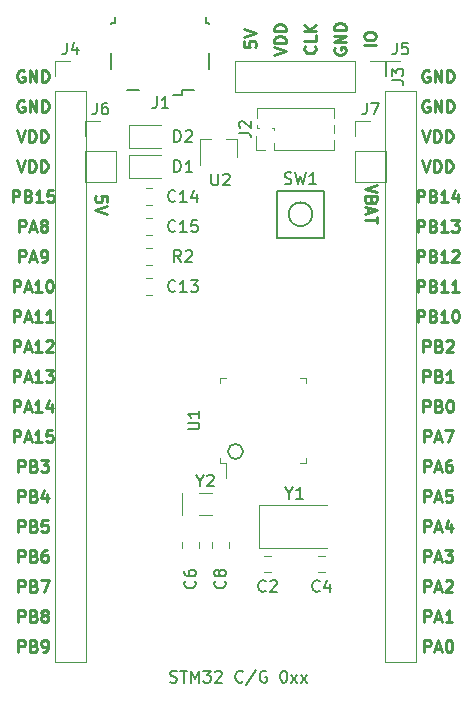
<source format=gbr>
G04 #@! TF.GenerationSoftware,KiCad,Pcbnew,7.0.1*
G04 #@! TF.CreationDate,2023-03-26T18:23:23+02:00*
G04 #@! TF.ProjectId,stm32{C_G}xxxCx_board,73746d33-327b-4432-9c47-7d7878784378,rev?*
G04 #@! TF.SameCoordinates,Original*
G04 #@! TF.FileFunction,Legend,Top*
G04 #@! TF.FilePolarity,Positive*
%FSLAX46Y46*%
G04 Gerber Fmt 4.6, Leading zero omitted, Abs format (unit mm)*
G04 Created by KiCad (PCBNEW 7.0.1) date 2023-03-26 18:23:23*
%MOMM*%
%LPD*%
G01*
G04 APERTURE LIST*
%ADD10C,0.150000*%
%ADD11C,0.200000*%
%ADD12C,0.250000*%
%ADD13C,0.120000*%
G04 APERTURE END LIST*
D10*
X145605476Y-107145000D02*
X145748333Y-107192619D01*
X145748333Y-107192619D02*
X145986428Y-107192619D01*
X145986428Y-107192619D02*
X146081666Y-107145000D01*
X146081666Y-107145000D02*
X146129285Y-107097380D01*
X146129285Y-107097380D02*
X146176904Y-107002142D01*
X146176904Y-107002142D02*
X146176904Y-106906904D01*
X146176904Y-106906904D02*
X146129285Y-106811666D01*
X146129285Y-106811666D02*
X146081666Y-106764047D01*
X146081666Y-106764047D02*
X145986428Y-106716428D01*
X145986428Y-106716428D02*
X145795952Y-106668809D01*
X145795952Y-106668809D02*
X145700714Y-106621190D01*
X145700714Y-106621190D02*
X145653095Y-106573571D01*
X145653095Y-106573571D02*
X145605476Y-106478333D01*
X145605476Y-106478333D02*
X145605476Y-106383095D01*
X145605476Y-106383095D02*
X145653095Y-106287857D01*
X145653095Y-106287857D02*
X145700714Y-106240238D01*
X145700714Y-106240238D02*
X145795952Y-106192619D01*
X145795952Y-106192619D02*
X146034047Y-106192619D01*
X146034047Y-106192619D02*
X146176904Y-106240238D01*
X146462619Y-106192619D02*
X147034047Y-106192619D01*
X146748333Y-107192619D02*
X146748333Y-106192619D01*
X147367381Y-107192619D02*
X147367381Y-106192619D01*
X147367381Y-106192619D02*
X147700714Y-106906904D01*
X147700714Y-106906904D02*
X148034047Y-106192619D01*
X148034047Y-106192619D02*
X148034047Y-107192619D01*
X148415000Y-106192619D02*
X149034047Y-106192619D01*
X149034047Y-106192619D02*
X148700714Y-106573571D01*
X148700714Y-106573571D02*
X148843571Y-106573571D01*
X148843571Y-106573571D02*
X148938809Y-106621190D01*
X148938809Y-106621190D02*
X148986428Y-106668809D01*
X148986428Y-106668809D02*
X149034047Y-106764047D01*
X149034047Y-106764047D02*
X149034047Y-107002142D01*
X149034047Y-107002142D02*
X148986428Y-107097380D01*
X148986428Y-107097380D02*
X148938809Y-107145000D01*
X148938809Y-107145000D02*
X148843571Y-107192619D01*
X148843571Y-107192619D02*
X148557857Y-107192619D01*
X148557857Y-107192619D02*
X148462619Y-107145000D01*
X148462619Y-107145000D02*
X148415000Y-107097380D01*
X149415000Y-106287857D02*
X149462619Y-106240238D01*
X149462619Y-106240238D02*
X149557857Y-106192619D01*
X149557857Y-106192619D02*
X149795952Y-106192619D01*
X149795952Y-106192619D02*
X149891190Y-106240238D01*
X149891190Y-106240238D02*
X149938809Y-106287857D01*
X149938809Y-106287857D02*
X149986428Y-106383095D01*
X149986428Y-106383095D02*
X149986428Y-106478333D01*
X149986428Y-106478333D02*
X149938809Y-106621190D01*
X149938809Y-106621190D02*
X149367381Y-107192619D01*
X149367381Y-107192619D02*
X149986428Y-107192619D01*
X151748333Y-107097380D02*
X151700714Y-107145000D01*
X151700714Y-107145000D02*
X151557857Y-107192619D01*
X151557857Y-107192619D02*
X151462619Y-107192619D01*
X151462619Y-107192619D02*
X151319762Y-107145000D01*
X151319762Y-107145000D02*
X151224524Y-107049761D01*
X151224524Y-107049761D02*
X151176905Y-106954523D01*
X151176905Y-106954523D02*
X151129286Y-106764047D01*
X151129286Y-106764047D02*
X151129286Y-106621190D01*
X151129286Y-106621190D02*
X151176905Y-106430714D01*
X151176905Y-106430714D02*
X151224524Y-106335476D01*
X151224524Y-106335476D02*
X151319762Y-106240238D01*
X151319762Y-106240238D02*
X151462619Y-106192619D01*
X151462619Y-106192619D02*
X151557857Y-106192619D01*
X151557857Y-106192619D02*
X151700714Y-106240238D01*
X151700714Y-106240238D02*
X151748333Y-106287857D01*
X152891190Y-106145000D02*
X152034048Y-107430714D01*
X153748333Y-106240238D02*
X153653095Y-106192619D01*
X153653095Y-106192619D02*
X153510238Y-106192619D01*
X153510238Y-106192619D02*
X153367381Y-106240238D01*
X153367381Y-106240238D02*
X153272143Y-106335476D01*
X153272143Y-106335476D02*
X153224524Y-106430714D01*
X153224524Y-106430714D02*
X153176905Y-106621190D01*
X153176905Y-106621190D02*
X153176905Y-106764047D01*
X153176905Y-106764047D02*
X153224524Y-106954523D01*
X153224524Y-106954523D02*
X153272143Y-107049761D01*
X153272143Y-107049761D02*
X153367381Y-107145000D01*
X153367381Y-107145000D02*
X153510238Y-107192619D01*
X153510238Y-107192619D02*
X153605476Y-107192619D01*
X153605476Y-107192619D02*
X153748333Y-107145000D01*
X153748333Y-107145000D02*
X153795952Y-107097380D01*
X153795952Y-107097380D02*
X153795952Y-106764047D01*
X153795952Y-106764047D02*
X153605476Y-106764047D01*
X155176905Y-106192619D02*
X155272143Y-106192619D01*
X155272143Y-106192619D02*
X155367381Y-106240238D01*
X155367381Y-106240238D02*
X155415000Y-106287857D01*
X155415000Y-106287857D02*
X155462619Y-106383095D01*
X155462619Y-106383095D02*
X155510238Y-106573571D01*
X155510238Y-106573571D02*
X155510238Y-106811666D01*
X155510238Y-106811666D02*
X155462619Y-107002142D01*
X155462619Y-107002142D02*
X155415000Y-107097380D01*
X155415000Y-107097380D02*
X155367381Y-107145000D01*
X155367381Y-107145000D02*
X155272143Y-107192619D01*
X155272143Y-107192619D02*
X155176905Y-107192619D01*
X155176905Y-107192619D02*
X155081667Y-107145000D01*
X155081667Y-107145000D02*
X155034048Y-107097380D01*
X155034048Y-107097380D02*
X154986429Y-107002142D01*
X154986429Y-107002142D02*
X154938810Y-106811666D01*
X154938810Y-106811666D02*
X154938810Y-106573571D01*
X154938810Y-106573571D02*
X154986429Y-106383095D01*
X154986429Y-106383095D02*
X155034048Y-106287857D01*
X155034048Y-106287857D02*
X155081667Y-106240238D01*
X155081667Y-106240238D02*
X155176905Y-106192619D01*
X155843572Y-107192619D02*
X156367381Y-106525952D01*
X155843572Y-106525952D02*
X156367381Y-107192619D01*
X156653096Y-107192619D02*
X157176905Y-106525952D01*
X156653096Y-106525952D02*
X157176905Y-107192619D01*
D11*
X151765000Y-87630000D02*
G75*
G03*
X151765000Y-87630000I-635000J0D01*
G01*
D12*
X132746905Y-102062619D02*
X132746905Y-101062619D01*
X132746905Y-101062619D02*
X133127857Y-101062619D01*
X133127857Y-101062619D02*
X133223095Y-101110238D01*
X133223095Y-101110238D02*
X133270714Y-101157857D01*
X133270714Y-101157857D02*
X133318333Y-101253095D01*
X133318333Y-101253095D02*
X133318333Y-101395952D01*
X133318333Y-101395952D02*
X133270714Y-101491190D01*
X133270714Y-101491190D02*
X133223095Y-101538809D01*
X133223095Y-101538809D02*
X133127857Y-101586428D01*
X133127857Y-101586428D02*
X132746905Y-101586428D01*
X134080238Y-101538809D02*
X134223095Y-101586428D01*
X134223095Y-101586428D02*
X134270714Y-101634047D01*
X134270714Y-101634047D02*
X134318333Y-101729285D01*
X134318333Y-101729285D02*
X134318333Y-101872142D01*
X134318333Y-101872142D02*
X134270714Y-101967380D01*
X134270714Y-101967380D02*
X134223095Y-102015000D01*
X134223095Y-102015000D02*
X134127857Y-102062619D01*
X134127857Y-102062619D02*
X133746905Y-102062619D01*
X133746905Y-102062619D02*
X133746905Y-101062619D01*
X133746905Y-101062619D02*
X134080238Y-101062619D01*
X134080238Y-101062619D02*
X134175476Y-101110238D01*
X134175476Y-101110238D02*
X134223095Y-101157857D01*
X134223095Y-101157857D02*
X134270714Y-101253095D01*
X134270714Y-101253095D02*
X134270714Y-101348333D01*
X134270714Y-101348333D02*
X134223095Y-101443571D01*
X134223095Y-101443571D02*
X134175476Y-101491190D01*
X134175476Y-101491190D02*
X134080238Y-101538809D01*
X134080238Y-101538809D02*
X133746905Y-101538809D01*
X134889762Y-101491190D02*
X134794524Y-101443571D01*
X134794524Y-101443571D02*
X134746905Y-101395952D01*
X134746905Y-101395952D02*
X134699286Y-101300714D01*
X134699286Y-101300714D02*
X134699286Y-101253095D01*
X134699286Y-101253095D02*
X134746905Y-101157857D01*
X134746905Y-101157857D02*
X134794524Y-101110238D01*
X134794524Y-101110238D02*
X134889762Y-101062619D01*
X134889762Y-101062619D02*
X135080238Y-101062619D01*
X135080238Y-101062619D02*
X135175476Y-101110238D01*
X135175476Y-101110238D02*
X135223095Y-101157857D01*
X135223095Y-101157857D02*
X135270714Y-101253095D01*
X135270714Y-101253095D02*
X135270714Y-101300714D01*
X135270714Y-101300714D02*
X135223095Y-101395952D01*
X135223095Y-101395952D02*
X135175476Y-101443571D01*
X135175476Y-101443571D02*
X135080238Y-101491190D01*
X135080238Y-101491190D02*
X134889762Y-101491190D01*
X134889762Y-101491190D02*
X134794524Y-101538809D01*
X134794524Y-101538809D02*
X134746905Y-101586428D01*
X134746905Y-101586428D02*
X134699286Y-101681666D01*
X134699286Y-101681666D02*
X134699286Y-101872142D01*
X134699286Y-101872142D02*
X134746905Y-101967380D01*
X134746905Y-101967380D02*
X134794524Y-102015000D01*
X134794524Y-102015000D02*
X134889762Y-102062619D01*
X134889762Y-102062619D02*
X135080238Y-102062619D01*
X135080238Y-102062619D02*
X135175476Y-102015000D01*
X135175476Y-102015000D02*
X135223095Y-101967380D01*
X135223095Y-101967380D02*
X135270714Y-101872142D01*
X135270714Y-101872142D02*
X135270714Y-101681666D01*
X135270714Y-101681666D02*
X135223095Y-101586428D01*
X135223095Y-101586428D02*
X135175476Y-101538809D01*
X135175476Y-101538809D02*
X135080238Y-101491190D01*
X154402619Y-54038332D02*
X155402619Y-53704999D01*
X155402619Y-53704999D02*
X154402619Y-53371666D01*
X155402619Y-53038332D02*
X154402619Y-53038332D01*
X154402619Y-53038332D02*
X154402619Y-52800237D01*
X154402619Y-52800237D02*
X154450238Y-52657380D01*
X154450238Y-52657380D02*
X154545476Y-52562142D01*
X154545476Y-52562142D02*
X154640714Y-52514523D01*
X154640714Y-52514523D02*
X154831190Y-52466904D01*
X154831190Y-52466904D02*
X154974047Y-52466904D01*
X154974047Y-52466904D02*
X155164523Y-52514523D01*
X155164523Y-52514523D02*
X155259761Y-52562142D01*
X155259761Y-52562142D02*
X155355000Y-52657380D01*
X155355000Y-52657380D02*
X155402619Y-52800237D01*
X155402619Y-52800237D02*
X155402619Y-53038332D01*
X155402619Y-52038332D02*
X154402619Y-52038332D01*
X154402619Y-52038332D02*
X154402619Y-51800237D01*
X154402619Y-51800237D02*
X154450238Y-51657380D01*
X154450238Y-51657380D02*
X154545476Y-51562142D01*
X154545476Y-51562142D02*
X154640714Y-51514523D01*
X154640714Y-51514523D02*
X154831190Y-51466904D01*
X154831190Y-51466904D02*
X154974047Y-51466904D01*
X154974047Y-51466904D02*
X155164523Y-51514523D01*
X155164523Y-51514523D02*
X155259761Y-51562142D01*
X155259761Y-51562142D02*
X155355000Y-51657380D01*
X155355000Y-51657380D02*
X155402619Y-51800237D01*
X155402619Y-51800237D02*
X155402619Y-52038332D01*
X159530238Y-53466904D02*
X159482619Y-53562142D01*
X159482619Y-53562142D02*
X159482619Y-53704999D01*
X159482619Y-53704999D02*
X159530238Y-53847856D01*
X159530238Y-53847856D02*
X159625476Y-53943094D01*
X159625476Y-53943094D02*
X159720714Y-53990713D01*
X159720714Y-53990713D02*
X159911190Y-54038332D01*
X159911190Y-54038332D02*
X160054047Y-54038332D01*
X160054047Y-54038332D02*
X160244523Y-53990713D01*
X160244523Y-53990713D02*
X160339761Y-53943094D01*
X160339761Y-53943094D02*
X160435000Y-53847856D01*
X160435000Y-53847856D02*
X160482619Y-53704999D01*
X160482619Y-53704999D02*
X160482619Y-53609761D01*
X160482619Y-53609761D02*
X160435000Y-53466904D01*
X160435000Y-53466904D02*
X160387380Y-53419285D01*
X160387380Y-53419285D02*
X160054047Y-53419285D01*
X160054047Y-53419285D02*
X160054047Y-53609761D01*
X160482619Y-52990713D02*
X159482619Y-52990713D01*
X159482619Y-52990713D02*
X160482619Y-52419285D01*
X160482619Y-52419285D02*
X159482619Y-52419285D01*
X160482619Y-51943094D02*
X159482619Y-51943094D01*
X159482619Y-51943094D02*
X159482619Y-51704999D01*
X159482619Y-51704999D02*
X159530238Y-51562142D01*
X159530238Y-51562142D02*
X159625476Y-51466904D01*
X159625476Y-51466904D02*
X159720714Y-51419285D01*
X159720714Y-51419285D02*
X159911190Y-51371666D01*
X159911190Y-51371666D02*
X160054047Y-51371666D01*
X160054047Y-51371666D02*
X160244523Y-51419285D01*
X160244523Y-51419285D02*
X160339761Y-51466904D01*
X160339761Y-51466904D02*
X160435000Y-51562142D01*
X160435000Y-51562142D02*
X160482619Y-51704999D01*
X160482619Y-51704999D02*
X160482619Y-51943094D01*
X157847380Y-53300238D02*
X157895000Y-53347857D01*
X157895000Y-53347857D02*
X157942619Y-53490714D01*
X157942619Y-53490714D02*
X157942619Y-53585952D01*
X157942619Y-53585952D02*
X157895000Y-53728809D01*
X157895000Y-53728809D02*
X157799761Y-53824047D01*
X157799761Y-53824047D02*
X157704523Y-53871666D01*
X157704523Y-53871666D02*
X157514047Y-53919285D01*
X157514047Y-53919285D02*
X157371190Y-53919285D01*
X157371190Y-53919285D02*
X157180714Y-53871666D01*
X157180714Y-53871666D02*
X157085476Y-53824047D01*
X157085476Y-53824047D02*
X156990238Y-53728809D01*
X156990238Y-53728809D02*
X156942619Y-53585952D01*
X156942619Y-53585952D02*
X156942619Y-53490714D01*
X156942619Y-53490714D02*
X156990238Y-53347857D01*
X156990238Y-53347857D02*
X157037857Y-53300238D01*
X157942619Y-52395476D02*
X157942619Y-52871666D01*
X157942619Y-52871666D02*
X156942619Y-52871666D01*
X157942619Y-52062142D02*
X156942619Y-52062142D01*
X157942619Y-51490714D02*
X157371190Y-51919285D01*
X156942619Y-51490714D02*
X157514047Y-52062142D01*
X163022619Y-53228808D02*
X162022619Y-53228808D01*
X162022619Y-52562142D02*
X162022619Y-52371666D01*
X162022619Y-52371666D02*
X162070238Y-52276428D01*
X162070238Y-52276428D02*
X162165476Y-52181190D01*
X162165476Y-52181190D02*
X162355952Y-52133571D01*
X162355952Y-52133571D02*
X162689285Y-52133571D01*
X162689285Y-52133571D02*
X162879761Y-52181190D01*
X162879761Y-52181190D02*
X162975000Y-52276428D01*
X162975000Y-52276428D02*
X163022619Y-52371666D01*
X163022619Y-52371666D02*
X163022619Y-52562142D01*
X163022619Y-52562142D02*
X162975000Y-52657380D01*
X162975000Y-52657380D02*
X162879761Y-52752618D01*
X162879761Y-52752618D02*
X162689285Y-52800237D01*
X162689285Y-52800237D02*
X162355952Y-52800237D01*
X162355952Y-52800237D02*
X162165476Y-52752618D01*
X162165476Y-52752618D02*
X162070238Y-52657380D01*
X162070238Y-52657380D02*
X162022619Y-52562142D01*
X132746905Y-99522619D02*
X132746905Y-98522619D01*
X132746905Y-98522619D02*
X133127857Y-98522619D01*
X133127857Y-98522619D02*
X133223095Y-98570238D01*
X133223095Y-98570238D02*
X133270714Y-98617857D01*
X133270714Y-98617857D02*
X133318333Y-98713095D01*
X133318333Y-98713095D02*
X133318333Y-98855952D01*
X133318333Y-98855952D02*
X133270714Y-98951190D01*
X133270714Y-98951190D02*
X133223095Y-98998809D01*
X133223095Y-98998809D02*
X133127857Y-99046428D01*
X133127857Y-99046428D02*
X132746905Y-99046428D01*
X134080238Y-98998809D02*
X134223095Y-99046428D01*
X134223095Y-99046428D02*
X134270714Y-99094047D01*
X134270714Y-99094047D02*
X134318333Y-99189285D01*
X134318333Y-99189285D02*
X134318333Y-99332142D01*
X134318333Y-99332142D02*
X134270714Y-99427380D01*
X134270714Y-99427380D02*
X134223095Y-99475000D01*
X134223095Y-99475000D02*
X134127857Y-99522619D01*
X134127857Y-99522619D02*
X133746905Y-99522619D01*
X133746905Y-99522619D02*
X133746905Y-98522619D01*
X133746905Y-98522619D02*
X134080238Y-98522619D01*
X134080238Y-98522619D02*
X134175476Y-98570238D01*
X134175476Y-98570238D02*
X134223095Y-98617857D01*
X134223095Y-98617857D02*
X134270714Y-98713095D01*
X134270714Y-98713095D02*
X134270714Y-98808333D01*
X134270714Y-98808333D02*
X134223095Y-98903571D01*
X134223095Y-98903571D02*
X134175476Y-98951190D01*
X134175476Y-98951190D02*
X134080238Y-98998809D01*
X134080238Y-98998809D02*
X133746905Y-98998809D01*
X134651667Y-98522619D02*
X135318333Y-98522619D01*
X135318333Y-98522619D02*
X134889762Y-99522619D01*
X132746905Y-96982619D02*
X132746905Y-95982619D01*
X132746905Y-95982619D02*
X133127857Y-95982619D01*
X133127857Y-95982619D02*
X133223095Y-96030238D01*
X133223095Y-96030238D02*
X133270714Y-96077857D01*
X133270714Y-96077857D02*
X133318333Y-96173095D01*
X133318333Y-96173095D02*
X133318333Y-96315952D01*
X133318333Y-96315952D02*
X133270714Y-96411190D01*
X133270714Y-96411190D02*
X133223095Y-96458809D01*
X133223095Y-96458809D02*
X133127857Y-96506428D01*
X133127857Y-96506428D02*
X132746905Y-96506428D01*
X134080238Y-96458809D02*
X134223095Y-96506428D01*
X134223095Y-96506428D02*
X134270714Y-96554047D01*
X134270714Y-96554047D02*
X134318333Y-96649285D01*
X134318333Y-96649285D02*
X134318333Y-96792142D01*
X134318333Y-96792142D02*
X134270714Y-96887380D01*
X134270714Y-96887380D02*
X134223095Y-96935000D01*
X134223095Y-96935000D02*
X134127857Y-96982619D01*
X134127857Y-96982619D02*
X133746905Y-96982619D01*
X133746905Y-96982619D02*
X133746905Y-95982619D01*
X133746905Y-95982619D02*
X134080238Y-95982619D01*
X134080238Y-95982619D02*
X134175476Y-96030238D01*
X134175476Y-96030238D02*
X134223095Y-96077857D01*
X134223095Y-96077857D02*
X134270714Y-96173095D01*
X134270714Y-96173095D02*
X134270714Y-96268333D01*
X134270714Y-96268333D02*
X134223095Y-96363571D01*
X134223095Y-96363571D02*
X134175476Y-96411190D01*
X134175476Y-96411190D02*
X134080238Y-96458809D01*
X134080238Y-96458809D02*
X133746905Y-96458809D01*
X135175476Y-95982619D02*
X134985000Y-95982619D01*
X134985000Y-95982619D02*
X134889762Y-96030238D01*
X134889762Y-96030238D02*
X134842143Y-96077857D01*
X134842143Y-96077857D02*
X134746905Y-96220714D01*
X134746905Y-96220714D02*
X134699286Y-96411190D01*
X134699286Y-96411190D02*
X134699286Y-96792142D01*
X134699286Y-96792142D02*
X134746905Y-96887380D01*
X134746905Y-96887380D02*
X134794524Y-96935000D01*
X134794524Y-96935000D02*
X134889762Y-96982619D01*
X134889762Y-96982619D02*
X135080238Y-96982619D01*
X135080238Y-96982619D02*
X135175476Y-96935000D01*
X135175476Y-96935000D02*
X135223095Y-96887380D01*
X135223095Y-96887380D02*
X135270714Y-96792142D01*
X135270714Y-96792142D02*
X135270714Y-96554047D01*
X135270714Y-96554047D02*
X135223095Y-96458809D01*
X135223095Y-96458809D02*
X135175476Y-96411190D01*
X135175476Y-96411190D02*
X135080238Y-96363571D01*
X135080238Y-96363571D02*
X134889762Y-96363571D01*
X134889762Y-96363571D02*
X134794524Y-96411190D01*
X134794524Y-96411190D02*
X134746905Y-96458809D01*
X134746905Y-96458809D02*
X134699286Y-96554047D01*
X132746905Y-91902619D02*
X132746905Y-90902619D01*
X132746905Y-90902619D02*
X133127857Y-90902619D01*
X133127857Y-90902619D02*
X133223095Y-90950238D01*
X133223095Y-90950238D02*
X133270714Y-90997857D01*
X133270714Y-90997857D02*
X133318333Y-91093095D01*
X133318333Y-91093095D02*
X133318333Y-91235952D01*
X133318333Y-91235952D02*
X133270714Y-91331190D01*
X133270714Y-91331190D02*
X133223095Y-91378809D01*
X133223095Y-91378809D02*
X133127857Y-91426428D01*
X133127857Y-91426428D02*
X132746905Y-91426428D01*
X134080238Y-91378809D02*
X134223095Y-91426428D01*
X134223095Y-91426428D02*
X134270714Y-91474047D01*
X134270714Y-91474047D02*
X134318333Y-91569285D01*
X134318333Y-91569285D02*
X134318333Y-91712142D01*
X134318333Y-91712142D02*
X134270714Y-91807380D01*
X134270714Y-91807380D02*
X134223095Y-91855000D01*
X134223095Y-91855000D02*
X134127857Y-91902619D01*
X134127857Y-91902619D02*
X133746905Y-91902619D01*
X133746905Y-91902619D02*
X133746905Y-90902619D01*
X133746905Y-90902619D02*
X134080238Y-90902619D01*
X134080238Y-90902619D02*
X134175476Y-90950238D01*
X134175476Y-90950238D02*
X134223095Y-90997857D01*
X134223095Y-90997857D02*
X134270714Y-91093095D01*
X134270714Y-91093095D02*
X134270714Y-91188333D01*
X134270714Y-91188333D02*
X134223095Y-91283571D01*
X134223095Y-91283571D02*
X134175476Y-91331190D01*
X134175476Y-91331190D02*
X134080238Y-91378809D01*
X134080238Y-91378809D02*
X133746905Y-91378809D01*
X135175476Y-91235952D02*
X135175476Y-91902619D01*
X134937381Y-90855000D02*
X134699286Y-91569285D01*
X134699286Y-91569285D02*
X135318333Y-91569285D01*
X132746905Y-94442619D02*
X132746905Y-93442619D01*
X132746905Y-93442619D02*
X133127857Y-93442619D01*
X133127857Y-93442619D02*
X133223095Y-93490238D01*
X133223095Y-93490238D02*
X133270714Y-93537857D01*
X133270714Y-93537857D02*
X133318333Y-93633095D01*
X133318333Y-93633095D02*
X133318333Y-93775952D01*
X133318333Y-93775952D02*
X133270714Y-93871190D01*
X133270714Y-93871190D02*
X133223095Y-93918809D01*
X133223095Y-93918809D02*
X133127857Y-93966428D01*
X133127857Y-93966428D02*
X132746905Y-93966428D01*
X134080238Y-93918809D02*
X134223095Y-93966428D01*
X134223095Y-93966428D02*
X134270714Y-94014047D01*
X134270714Y-94014047D02*
X134318333Y-94109285D01*
X134318333Y-94109285D02*
X134318333Y-94252142D01*
X134318333Y-94252142D02*
X134270714Y-94347380D01*
X134270714Y-94347380D02*
X134223095Y-94395000D01*
X134223095Y-94395000D02*
X134127857Y-94442619D01*
X134127857Y-94442619D02*
X133746905Y-94442619D01*
X133746905Y-94442619D02*
X133746905Y-93442619D01*
X133746905Y-93442619D02*
X134080238Y-93442619D01*
X134080238Y-93442619D02*
X134175476Y-93490238D01*
X134175476Y-93490238D02*
X134223095Y-93537857D01*
X134223095Y-93537857D02*
X134270714Y-93633095D01*
X134270714Y-93633095D02*
X134270714Y-93728333D01*
X134270714Y-93728333D02*
X134223095Y-93823571D01*
X134223095Y-93823571D02*
X134175476Y-93871190D01*
X134175476Y-93871190D02*
X134080238Y-93918809D01*
X134080238Y-93918809D02*
X133746905Y-93918809D01*
X135223095Y-93442619D02*
X134746905Y-93442619D01*
X134746905Y-93442619D02*
X134699286Y-93918809D01*
X134699286Y-93918809D02*
X134746905Y-93871190D01*
X134746905Y-93871190D02*
X134842143Y-93823571D01*
X134842143Y-93823571D02*
X135080238Y-93823571D01*
X135080238Y-93823571D02*
X135175476Y-93871190D01*
X135175476Y-93871190D02*
X135223095Y-93918809D01*
X135223095Y-93918809D02*
X135270714Y-94014047D01*
X135270714Y-94014047D02*
X135270714Y-94252142D01*
X135270714Y-94252142D02*
X135223095Y-94347380D01*
X135223095Y-94347380D02*
X135175476Y-94395000D01*
X135175476Y-94395000D02*
X135080238Y-94442619D01*
X135080238Y-94442619D02*
X134842143Y-94442619D01*
X134842143Y-94442619D02*
X134746905Y-94395000D01*
X134746905Y-94395000D02*
X134699286Y-94347380D01*
X132342143Y-76662619D02*
X132342143Y-75662619D01*
X132342143Y-75662619D02*
X132723095Y-75662619D01*
X132723095Y-75662619D02*
X132818333Y-75710238D01*
X132818333Y-75710238D02*
X132865952Y-75757857D01*
X132865952Y-75757857D02*
X132913571Y-75853095D01*
X132913571Y-75853095D02*
X132913571Y-75995952D01*
X132913571Y-75995952D02*
X132865952Y-76091190D01*
X132865952Y-76091190D02*
X132818333Y-76138809D01*
X132818333Y-76138809D02*
X132723095Y-76186428D01*
X132723095Y-76186428D02*
X132342143Y-76186428D01*
X133294524Y-76376904D02*
X133770714Y-76376904D01*
X133199286Y-76662619D02*
X133532619Y-75662619D01*
X133532619Y-75662619D02*
X133865952Y-76662619D01*
X134723095Y-76662619D02*
X134151667Y-76662619D01*
X134437381Y-76662619D02*
X134437381Y-75662619D01*
X134437381Y-75662619D02*
X134342143Y-75805476D01*
X134342143Y-75805476D02*
X134246905Y-75900714D01*
X134246905Y-75900714D02*
X134151667Y-75948333D01*
X135675476Y-76662619D02*
X135104048Y-76662619D01*
X135389762Y-76662619D02*
X135389762Y-75662619D01*
X135389762Y-75662619D02*
X135294524Y-75805476D01*
X135294524Y-75805476D02*
X135199286Y-75900714D01*
X135199286Y-75900714D02*
X135104048Y-75948333D01*
X132746905Y-89362619D02*
X132746905Y-88362619D01*
X132746905Y-88362619D02*
X133127857Y-88362619D01*
X133127857Y-88362619D02*
X133223095Y-88410238D01*
X133223095Y-88410238D02*
X133270714Y-88457857D01*
X133270714Y-88457857D02*
X133318333Y-88553095D01*
X133318333Y-88553095D02*
X133318333Y-88695952D01*
X133318333Y-88695952D02*
X133270714Y-88791190D01*
X133270714Y-88791190D02*
X133223095Y-88838809D01*
X133223095Y-88838809D02*
X133127857Y-88886428D01*
X133127857Y-88886428D02*
X132746905Y-88886428D01*
X134080238Y-88838809D02*
X134223095Y-88886428D01*
X134223095Y-88886428D02*
X134270714Y-88934047D01*
X134270714Y-88934047D02*
X134318333Y-89029285D01*
X134318333Y-89029285D02*
X134318333Y-89172142D01*
X134318333Y-89172142D02*
X134270714Y-89267380D01*
X134270714Y-89267380D02*
X134223095Y-89315000D01*
X134223095Y-89315000D02*
X134127857Y-89362619D01*
X134127857Y-89362619D02*
X133746905Y-89362619D01*
X133746905Y-89362619D02*
X133746905Y-88362619D01*
X133746905Y-88362619D02*
X134080238Y-88362619D01*
X134080238Y-88362619D02*
X134175476Y-88410238D01*
X134175476Y-88410238D02*
X134223095Y-88457857D01*
X134223095Y-88457857D02*
X134270714Y-88553095D01*
X134270714Y-88553095D02*
X134270714Y-88648333D01*
X134270714Y-88648333D02*
X134223095Y-88743571D01*
X134223095Y-88743571D02*
X134175476Y-88791190D01*
X134175476Y-88791190D02*
X134080238Y-88838809D01*
X134080238Y-88838809D02*
X133746905Y-88838809D01*
X134651667Y-88362619D02*
X135270714Y-88362619D01*
X135270714Y-88362619D02*
X134937381Y-88743571D01*
X134937381Y-88743571D02*
X135080238Y-88743571D01*
X135080238Y-88743571D02*
X135175476Y-88791190D01*
X135175476Y-88791190D02*
X135223095Y-88838809D01*
X135223095Y-88838809D02*
X135270714Y-88934047D01*
X135270714Y-88934047D02*
X135270714Y-89172142D01*
X135270714Y-89172142D02*
X135223095Y-89267380D01*
X135223095Y-89267380D02*
X135175476Y-89315000D01*
X135175476Y-89315000D02*
X135080238Y-89362619D01*
X135080238Y-89362619D02*
X134794524Y-89362619D01*
X134794524Y-89362619D02*
X134699286Y-89315000D01*
X134699286Y-89315000D02*
X134651667Y-89267380D01*
X132342143Y-84282619D02*
X132342143Y-83282619D01*
X132342143Y-83282619D02*
X132723095Y-83282619D01*
X132723095Y-83282619D02*
X132818333Y-83330238D01*
X132818333Y-83330238D02*
X132865952Y-83377857D01*
X132865952Y-83377857D02*
X132913571Y-83473095D01*
X132913571Y-83473095D02*
X132913571Y-83615952D01*
X132913571Y-83615952D02*
X132865952Y-83711190D01*
X132865952Y-83711190D02*
X132818333Y-83758809D01*
X132818333Y-83758809D02*
X132723095Y-83806428D01*
X132723095Y-83806428D02*
X132342143Y-83806428D01*
X133294524Y-83996904D02*
X133770714Y-83996904D01*
X133199286Y-84282619D02*
X133532619Y-83282619D01*
X133532619Y-83282619D02*
X133865952Y-84282619D01*
X134723095Y-84282619D02*
X134151667Y-84282619D01*
X134437381Y-84282619D02*
X134437381Y-83282619D01*
X134437381Y-83282619D02*
X134342143Y-83425476D01*
X134342143Y-83425476D02*
X134246905Y-83520714D01*
X134246905Y-83520714D02*
X134151667Y-83568333D01*
X135580238Y-83615952D02*
X135580238Y-84282619D01*
X135342143Y-83235000D02*
X135104048Y-83949285D01*
X135104048Y-83949285D02*
X135723095Y-83949285D01*
X132342143Y-86822619D02*
X132342143Y-85822619D01*
X132342143Y-85822619D02*
X132723095Y-85822619D01*
X132723095Y-85822619D02*
X132818333Y-85870238D01*
X132818333Y-85870238D02*
X132865952Y-85917857D01*
X132865952Y-85917857D02*
X132913571Y-86013095D01*
X132913571Y-86013095D02*
X132913571Y-86155952D01*
X132913571Y-86155952D02*
X132865952Y-86251190D01*
X132865952Y-86251190D02*
X132818333Y-86298809D01*
X132818333Y-86298809D02*
X132723095Y-86346428D01*
X132723095Y-86346428D02*
X132342143Y-86346428D01*
X133294524Y-86536904D02*
X133770714Y-86536904D01*
X133199286Y-86822619D02*
X133532619Y-85822619D01*
X133532619Y-85822619D02*
X133865952Y-86822619D01*
X134723095Y-86822619D02*
X134151667Y-86822619D01*
X134437381Y-86822619D02*
X134437381Y-85822619D01*
X134437381Y-85822619D02*
X134342143Y-85965476D01*
X134342143Y-85965476D02*
X134246905Y-86060714D01*
X134246905Y-86060714D02*
X134151667Y-86108333D01*
X135627857Y-85822619D02*
X135151667Y-85822619D01*
X135151667Y-85822619D02*
X135104048Y-86298809D01*
X135104048Y-86298809D02*
X135151667Y-86251190D01*
X135151667Y-86251190D02*
X135246905Y-86203571D01*
X135246905Y-86203571D02*
X135485000Y-86203571D01*
X135485000Y-86203571D02*
X135580238Y-86251190D01*
X135580238Y-86251190D02*
X135627857Y-86298809D01*
X135627857Y-86298809D02*
X135675476Y-86394047D01*
X135675476Y-86394047D02*
X135675476Y-86632142D01*
X135675476Y-86632142D02*
X135627857Y-86727380D01*
X135627857Y-86727380D02*
X135580238Y-86775000D01*
X135580238Y-86775000D02*
X135485000Y-86822619D01*
X135485000Y-86822619D02*
X135246905Y-86822619D01*
X135246905Y-86822619D02*
X135151667Y-86775000D01*
X135151667Y-86775000D02*
X135104048Y-86727380D01*
X132342143Y-79202619D02*
X132342143Y-78202619D01*
X132342143Y-78202619D02*
X132723095Y-78202619D01*
X132723095Y-78202619D02*
X132818333Y-78250238D01*
X132818333Y-78250238D02*
X132865952Y-78297857D01*
X132865952Y-78297857D02*
X132913571Y-78393095D01*
X132913571Y-78393095D02*
X132913571Y-78535952D01*
X132913571Y-78535952D02*
X132865952Y-78631190D01*
X132865952Y-78631190D02*
X132818333Y-78678809D01*
X132818333Y-78678809D02*
X132723095Y-78726428D01*
X132723095Y-78726428D02*
X132342143Y-78726428D01*
X133294524Y-78916904D02*
X133770714Y-78916904D01*
X133199286Y-79202619D02*
X133532619Y-78202619D01*
X133532619Y-78202619D02*
X133865952Y-79202619D01*
X134723095Y-79202619D02*
X134151667Y-79202619D01*
X134437381Y-79202619D02*
X134437381Y-78202619D01*
X134437381Y-78202619D02*
X134342143Y-78345476D01*
X134342143Y-78345476D02*
X134246905Y-78440714D01*
X134246905Y-78440714D02*
X134151667Y-78488333D01*
X135104048Y-78297857D02*
X135151667Y-78250238D01*
X135151667Y-78250238D02*
X135246905Y-78202619D01*
X135246905Y-78202619D02*
X135485000Y-78202619D01*
X135485000Y-78202619D02*
X135580238Y-78250238D01*
X135580238Y-78250238D02*
X135627857Y-78297857D01*
X135627857Y-78297857D02*
X135675476Y-78393095D01*
X135675476Y-78393095D02*
X135675476Y-78488333D01*
X135675476Y-78488333D02*
X135627857Y-78631190D01*
X135627857Y-78631190D02*
X135056429Y-79202619D01*
X135056429Y-79202619D02*
X135675476Y-79202619D01*
X132342143Y-81742619D02*
X132342143Y-80742619D01*
X132342143Y-80742619D02*
X132723095Y-80742619D01*
X132723095Y-80742619D02*
X132818333Y-80790238D01*
X132818333Y-80790238D02*
X132865952Y-80837857D01*
X132865952Y-80837857D02*
X132913571Y-80933095D01*
X132913571Y-80933095D02*
X132913571Y-81075952D01*
X132913571Y-81075952D02*
X132865952Y-81171190D01*
X132865952Y-81171190D02*
X132818333Y-81218809D01*
X132818333Y-81218809D02*
X132723095Y-81266428D01*
X132723095Y-81266428D02*
X132342143Y-81266428D01*
X133294524Y-81456904D02*
X133770714Y-81456904D01*
X133199286Y-81742619D02*
X133532619Y-80742619D01*
X133532619Y-80742619D02*
X133865952Y-81742619D01*
X134723095Y-81742619D02*
X134151667Y-81742619D01*
X134437381Y-81742619D02*
X134437381Y-80742619D01*
X134437381Y-80742619D02*
X134342143Y-80885476D01*
X134342143Y-80885476D02*
X134246905Y-80980714D01*
X134246905Y-80980714D02*
X134151667Y-81028333D01*
X135056429Y-80742619D02*
X135675476Y-80742619D01*
X135675476Y-80742619D02*
X135342143Y-81123571D01*
X135342143Y-81123571D02*
X135485000Y-81123571D01*
X135485000Y-81123571D02*
X135580238Y-81171190D01*
X135580238Y-81171190D02*
X135627857Y-81218809D01*
X135627857Y-81218809D02*
X135675476Y-81314047D01*
X135675476Y-81314047D02*
X135675476Y-81552142D01*
X135675476Y-81552142D02*
X135627857Y-81647380D01*
X135627857Y-81647380D02*
X135580238Y-81695000D01*
X135580238Y-81695000D02*
X135485000Y-81742619D01*
X135485000Y-81742619D02*
X135199286Y-81742619D01*
X135199286Y-81742619D02*
X135104048Y-81695000D01*
X135104048Y-81695000D02*
X135056429Y-81647380D01*
X132270714Y-66502619D02*
X132270714Y-65502619D01*
X132270714Y-65502619D02*
X132651666Y-65502619D01*
X132651666Y-65502619D02*
X132746904Y-65550238D01*
X132746904Y-65550238D02*
X132794523Y-65597857D01*
X132794523Y-65597857D02*
X132842142Y-65693095D01*
X132842142Y-65693095D02*
X132842142Y-65835952D01*
X132842142Y-65835952D02*
X132794523Y-65931190D01*
X132794523Y-65931190D02*
X132746904Y-65978809D01*
X132746904Y-65978809D02*
X132651666Y-66026428D01*
X132651666Y-66026428D02*
X132270714Y-66026428D01*
X133604047Y-65978809D02*
X133746904Y-66026428D01*
X133746904Y-66026428D02*
X133794523Y-66074047D01*
X133794523Y-66074047D02*
X133842142Y-66169285D01*
X133842142Y-66169285D02*
X133842142Y-66312142D01*
X133842142Y-66312142D02*
X133794523Y-66407380D01*
X133794523Y-66407380D02*
X133746904Y-66455000D01*
X133746904Y-66455000D02*
X133651666Y-66502619D01*
X133651666Y-66502619D02*
X133270714Y-66502619D01*
X133270714Y-66502619D02*
X133270714Y-65502619D01*
X133270714Y-65502619D02*
X133604047Y-65502619D01*
X133604047Y-65502619D02*
X133699285Y-65550238D01*
X133699285Y-65550238D02*
X133746904Y-65597857D01*
X133746904Y-65597857D02*
X133794523Y-65693095D01*
X133794523Y-65693095D02*
X133794523Y-65788333D01*
X133794523Y-65788333D02*
X133746904Y-65883571D01*
X133746904Y-65883571D02*
X133699285Y-65931190D01*
X133699285Y-65931190D02*
X133604047Y-65978809D01*
X133604047Y-65978809D02*
X133270714Y-65978809D01*
X134794523Y-66502619D02*
X134223095Y-66502619D01*
X134508809Y-66502619D02*
X134508809Y-65502619D01*
X134508809Y-65502619D02*
X134413571Y-65645476D01*
X134413571Y-65645476D02*
X134318333Y-65740714D01*
X134318333Y-65740714D02*
X134223095Y-65788333D01*
X135699285Y-65502619D02*
X135223095Y-65502619D01*
X135223095Y-65502619D02*
X135175476Y-65978809D01*
X135175476Y-65978809D02*
X135223095Y-65931190D01*
X135223095Y-65931190D02*
X135318333Y-65883571D01*
X135318333Y-65883571D02*
X135556428Y-65883571D01*
X135556428Y-65883571D02*
X135651666Y-65931190D01*
X135651666Y-65931190D02*
X135699285Y-65978809D01*
X135699285Y-65978809D02*
X135746904Y-66074047D01*
X135746904Y-66074047D02*
X135746904Y-66312142D01*
X135746904Y-66312142D02*
X135699285Y-66407380D01*
X135699285Y-66407380D02*
X135651666Y-66455000D01*
X135651666Y-66455000D02*
X135556428Y-66502619D01*
X135556428Y-66502619D02*
X135318333Y-66502619D01*
X135318333Y-66502619D02*
X135223095Y-66455000D01*
X135223095Y-66455000D02*
X135175476Y-66407380D01*
X132818333Y-71582619D02*
X132818333Y-70582619D01*
X132818333Y-70582619D02*
X133199285Y-70582619D01*
X133199285Y-70582619D02*
X133294523Y-70630238D01*
X133294523Y-70630238D02*
X133342142Y-70677857D01*
X133342142Y-70677857D02*
X133389761Y-70773095D01*
X133389761Y-70773095D02*
X133389761Y-70915952D01*
X133389761Y-70915952D02*
X133342142Y-71011190D01*
X133342142Y-71011190D02*
X133294523Y-71058809D01*
X133294523Y-71058809D02*
X133199285Y-71106428D01*
X133199285Y-71106428D02*
X132818333Y-71106428D01*
X133770714Y-71296904D02*
X134246904Y-71296904D01*
X133675476Y-71582619D02*
X134008809Y-70582619D01*
X134008809Y-70582619D02*
X134342142Y-71582619D01*
X134723095Y-71582619D02*
X134913571Y-71582619D01*
X134913571Y-71582619D02*
X135008809Y-71535000D01*
X135008809Y-71535000D02*
X135056428Y-71487380D01*
X135056428Y-71487380D02*
X135151666Y-71344523D01*
X135151666Y-71344523D02*
X135199285Y-71154047D01*
X135199285Y-71154047D02*
X135199285Y-70773095D01*
X135199285Y-70773095D02*
X135151666Y-70677857D01*
X135151666Y-70677857D02*
X135104047Y-70630238D01*
X135104047Y-70630238D02*
X135008809Y-70582619D01*
X135008809Y-70582619D02*
X134818333Y-70582619D01*
X134818333Y-70582619D02*
X134723095Y-70630238D01*
X134723095Y-70630238D02*
X134675476Y-70677857D01*
X134675476Y-70677857D02*
X134627857Y-70773095D01*
X134627857Y-70773095D02*
X134627857Y-71011190D01*
X134627857Y-71011190D02*
X134675476Y-71106428D01*
X134675476Y-71106428D02*
X134723095Y-71154047D01*
X134723095Y-71154047D02*
X134818333Y-71201666D01*
X134818333Y-71201666D02*
X135008809Y-71201666D01*
X135008809Y-71201666D02*
X135104047Y-71154047D01*
X135104047Y-71154047D02*
X135151666Y-71106428D01*
X135151666Y-71106428D02*
X135199285Y-71011190D01*
X132818333Y-69042619D02*
X132818333Y-68042619D01*
X132818333Y-68042619D02*
X133199285Y-68042619D01*
X133199285Y-68042619D02*
X133294523Y-68090238D01*
X133294523Y-68090238D02*
X133342142Y-68137857D01*
X133342142Y-68137857D02*
X133389761Y-68233095D01*
X133389761Y-68233095D02*
X133389761Y-68375952D01*
X133389761Y-68375952D02*
X133342142Y-68471190D01*
X133342142Y-68471190D02*
X133294523Y-68518809D01*
X133294523Y-68518809D02*
X133199285Y-68566428D01*
X133199285Y-68566428D02*
X132818333Y-68566428D01*
X133770714Y-68756904D02*
X134246904Y-68756904D01*
X133675476Y-69042619D02*
X134008809Y-68042619D01*
X134008809Y-68042619D02*
X134342142Y-69042619D01*
X134818333Y-68471190D02*
X134723095Y-68423571D01*
X134723095Y-68423571D02*
X134675476Y-68375952D01*
X134675476Y-68375952D02*
X134627857Y-68280714D01*
X134627857Y-68280714D02*
X134627857Y-68233095D01*
X134627857Y-68233095D02*
X134675476Y-68137857D01*
X134675476Y-68137857D02*
X134723095Y-68090238D01*
X134723095Y-68090238D02*
X134818333Y-68042619D01*
X134818333Y-68042619D02*
X135008809Y-68042619D01*
X135008809Y-68042619D02*
X135104047Y-68090238D01*
X135104047Y-68090238D02*
X135151666Y-68137857D01*
X135151666Y-68137857D02*
X135199285Y-68233095D01*
X135199285Y-68233095D02*
X135199285Y-68280714D01*
X135199285Y-68280714D02*
X135151666Y-68375952D01*
X135151666Y-68375952D02*
X135104047Y-68423571D01*
X135104047Y-68423571D02*
X135008809Y-68471190D01*
X135008809Y-68471190D02*
X134818333Y-68471190D01*
X134818333Y-68471190D02*
X134723095Y-68518809D01*
X134723095Y-68518809D02*
X134675476Y-68566428D01*
X134675476Y-68566428D02*
X134627857Y-68661666D01*
X134627857Y-68661666D02*
X134627857Y-68852142D01*
X134627857Y-68852142D02*
X134675476Y-68947380D01*
X134675476Y-68947380D02*
X134723095Y-68995000D01*
X134723095Y-68995000D02*
X134818333Y-69042619D01*
X134818333Y-69042619D02*
X135008809Y-69042619D01*
X135008809Y-69042619D02*
X135104047Y-68995000D01*
X135104047Y-68995000D02*
X135151666Y-68947380D01*
X135151666Y-68947380D02*
X135199285Y-68852142D01*
X135199285Y-68852142D02*
X135199285Y-68661666D01*
X135199285Y-68661666D02*
X135151666Y-68566428D01*
X135151666Y-68566428D02*
X135104047Y-68518809D01*
X135104047Y-68518809D02*
X135008809Y-68471190D01*
X132342143Y-74122619D02*
X132342143Y-73122619D01*
X132342143Y-73122619D02*
X132723095Y-73122619D01*
X132723095Y-73122619D02*
X132818333Y-73170238D01*
X132818333Y-73170238D02*
X132865952Y-73217857D01*
X132865952Y-73217857D02*
X132913571Y-73313095D01*
X132913571Y-73313095D02*
X132913571Y-73455952D01*
X132913571Y-73455952D02*
X132865952Y-73551190D01*
X132865952Y-73551190D02*
X132818333Y-73598809D01*
X132818333Y-73598809D02*
X132723095Y-73646428D01*
X132723095Y-73646428D02*
X132342143Y-73646428D01*
X133294524Y-73836904D02*
X133770714Y-73836904D01*
X133199286Y-74122619D02*
X133532619Y-73122619D01*
X133532619Y-73122619D02*
X133865952Y-74122619D01*
X134723095Y-74122619D02*
X134151667Y-74122619D01*
X134437381Y-74122619D02*
X134437381Y-73122619D01*
X134437381Y-73122619D02*
X134342143Y-73265476D01*
X134342143Y-73265476D02*
X134246905Y-73360714D01*
X134246905Y-73360714D02*
X134151667Y-73408333D01*
X135342143Y-73122619D02*
X135437381Y-73122619D01*
X135437381Y-73122619D02*
X135532619Y-73170238D01*
X135532619Y-73170238D02*
X135580238Y-73217857D01*
X135580238Y-73217857D02*
X135627857Y-73313095D01*
X135627857Y-73313095D02*
X135675476Y-73503571D01*
X135675476Y-73503571D02*
X135675476Y-73741666D01*
X135675476Y-73741666D02*
X135627857Y-73932142D01*
X135627857Y-73932142D02*
X135580238Y-74027380D01*
X135580238Y-74027380D02*
X135532619Y-74075000D01*
X135532619Y-74075000D02*
X135437381Y-74122619D01*
X135437381Y-74122619D02*
X135342143Y-74122619D01*
X135342143Y-74122619D02*
X135246905Y-74075000D01*
X135246905Y-74075000D02*
X135199286Y-74027380D01*
X135199286Y-74027380D02*
X135151667Y-73932142D01*
X135151667Y-73932142D02*
X135104048Y-73741666D01*
X135104048Y-73741666D02*
X135104048Y-73503571D01*
X135104048Y-73503571D02*
X135151667Y-73313095D01*
X135151667Y-73313095D02*
X135199286Y-73217857D01*
X135199286Y-73217857D02*
X135246905Y-73170238D01*
X135246905Y-73170238D02*
X135342143Y-73122619D01*
X166560714Y-76662619D02*
X166560714Y-75662619D01*
X166560714Y-75662619D02*
X166941666Y-75662619D01*
X166941666Y-75662619D02*
X167036904Y-75710238D01*
X167036904Y-75710238D02*
X167084523Y-75757857D01*
X167084523Y-75757857D02*
X167132142Y-75853095D01*
X167132142Y-75853095D02*
X167132142Y-75995952D01*
X167132142Y-75995952D02*
X167084523Y-76091190D01*
X167084523Y-76091190D02*
X167036904Y-76138809D01*
X167036904Y-76138809D02*
X166941666Y-76186428D01*
X166941666Y-76186428D02*
X166560714Y-76186428D01*
X167894047Y-76138809D02*
X168036904Y-76186428D01*
X168036904Y-76186428D02*
X168084523Y-76234047D01*
X168084523Y-76234047D02*
X168132142Y-76329285D01*
X168132142Y-76329285D02*
X168132142Y-76472142D01*
X168132142Y-76472142D02*
X168084523Y-76567380D01*
X168084523Y-76567380D02*
X168036904Y-76615000D01*
X168036904Y-76615000D02*
X167941666Y-76662619D01*
X167941666Y-76662619D02*
X167560714Y-76662619D01*
X167560714Y-76662619D02*
X167560714Y-75662619D01*
X167560714Y-75662619D02*
X167894047Y-75662619D01*
X167894047Y-75662619D02*
X167989285Y-75710238D01*
X167989285Y-75710238D02*
X168036904Y-75757857D01*
X168036904Y-75757857D02*
X168084523Y-75853095D01*
X168084523Y-75853095D02*
X168084523Y-75948333D01*
X168084523Y-75948333D02*
X168036904Y-76043571D01*
X168036904Y-76043571D02*
X167989285Y-76091190D01*
X167989285Y-76091190D02*
X167894047Y-76138809D01*
X167894047Y-76138809D02*
X167560714Y-76138809D01*
X169084523Y-76662619D02*
X168513095Y-76662619D01*
X168798809Y-76662619D02*
X168798809Y-75662619D01*
X168798809Y-75662619D02*
X168703571Y-75805476D01*
X168703571Y-75805476D02*
X168608333Y-75900714D01*
X168608333Y-75900714D02*
X168513095Y-75948333D01*
X169703571Y-75662619D02*
X169798809Y-75662619D01*
X169798809Y-75662619D02*
X169894047Y-75710238D01*
X169894047Y-75710238D02*
X169941666Y-75757857D01*
X169941666Y-75757857D02*
X169989285Y-75853095D01*
X169989285Y-75853095D02*
X170036904Y-76043571D01*
X170036904Y-76043571D02*
X170036904Y-76281666D01*
X170036904Y-76281666D02*
X169989285Y-76472142D01*
X169989285Y-76472142D02*
X169941666Y-76567380D01*
X169941666Y-76567380D02*
X169894047Y-76615000D01*
X169894047Y-76615000D02*
X169798809Y-76662619D01*
X169798809Y-76662619D02*
X169703571Y-76662619D01*
X169703571Y-76662619D02*
X169608333Y-76615000D01*
X169608333Y-76615000D02*
X169560714Y-76567380D01*
X169560714Y-76567380D02*
X169513095Y-76472142D01*
X169513095Y-76472142D02*
X169465476Y-76281666D01*
X169465476Y-76281666D02*
X169465476Y-76043571D01*
X169465476Y-76043571D02*
X169513095Y-75853095D01*
X169513095Y-75853095D02*
X169560714Y-75757857D01*
X169560714Y-75757857D02*
X169608333Y-75710238D01*
X169608333Y-75710238D02*
X169703571Y-75662619D01*
X166560714Y-66502619D02*
X166560714Y-65502619D01*
X166560714Y-65502619D02*
X166941666Y-65502619D01*
X166941666Y-65502619D02*
X167036904Y-65550238D01*
X167036904Y-65550238D02*
X167084523Y-65597857D01*
X167084523Y-65597857D02*
X167132142Y-65693095D01*
X167132142Y-65693095D02*
X167132142Y-65835952D01*
X167132142Y-65835952D02*
X167084523Y-65931190D01*
X167084523Y-65931190D02*
X167036904Y-65978809D01*
X167036904Y-65978809D02*
X166941666Y-66026428D01*
X166941666Y-66026428D02*
X166560714Y-66026428D01*
X167894047Y-65978809D02*
X168036904Y-66026428D01*
X168036904Y-66026428D02*
X168084523Y-66074047D01*
X168084523Y-66074047D02*
X168132142Y-66169285D01*
X168132142Y-66169285D02*
X168132142Y-66312142D01*
X168132142Y-66312142D02*
X168084523Y-66407380D01*
X168084523Y-66407380D02*
X168036904Y-66455000D01*
X168036904Y-66455000D02*
X167941666Y-66502619D01*
X167941666Y-66502619D02*
X167560714Y-66502619D01*
X167560714Y-66502619D02*
X167560714Y-65502619D01*
X167560714Y-65502619D02*
X167894047Y-65502619D01*
X167894047Y-65502619D02*
X167989285Y-65550238D01*
X167989285Y-65550238D02*
X168036904Y-65597857D01*
X168036904Y-65597857D02*
X168084523Y-65693095D01*
X168084523Y-65693095D02*
X168084523Y-65788333D01*
X168084523Y-65788333D02*
X168036904Y-65883571D01*
X168036904Y-65883571D02*
X167989285Y-65931190D01*
X167989285Y-65931190D02*
X167894047Y-65978809D01*
X167894047Y-65978809D02*
X167560714Y-65978809D01*
X169084523Y-66502619D02*
X168513095Y-66502619D01*
X168798809Y-66502619D02*
X168798809Y-65502619D01*
X168798809Y-65502619D02*
X168703571Y-65645476D01*
X168703571Y-65645476D02*
X168608333Y-65740714D01*
X168608333Y-65740714D02*
X168513095Y-65788333D01*
X169941666Y-65835952D02*
X169941666Y-66502619D01*
X169703571Y-65455000D02*
X169465476Y-66169285D01*
X169465476Y-66169285D02*
X170084523Y-66169285D01*
X167036905Y-81742619D02*
X167036905Y-80742619D01*
X167036905Y-80742619D02*
X167417857Y-80742619D01*
X167417857Y-80742619D02*
X167513095Y-80790238D01*
X167513095Y-80790238D02*
X167560714Y-80837857D01*
X167560714Y-80837857D02*
X167608333Y-80933095D01*
X167608333Y-80933095D02*
X167608333Y-81075952D01*
X167608333Y-81075952D02*
X167560714Y-81171190D01*
X167560714Y-81171190D02*
X167513095Y-81218809D01*
X167513095Y-81218809D02*
X167417857Y-81266428D01*
X167417857Y-81266428D02*
X167036905Y-81266428D01*
X168370238Y-81218809D02*
X168513095Y-81266428D01*
X168513095Y-81266428D02*
X168560714Y-81314047D01*
X168560714Y-81314047D02*
X168608333Y-81409285D01*
X168608333Y-81409285D02*
X168608333Y-81552142D01*
X168608333Y-81552142D02*
X168560714Y-81647380D01*
X168560714Y-81647380D02*
X168513095Y-81695000D01*
X168513095Y-81695000D02*
X168417857Y-81742619D01*
X168417857Y-81742619D02*
X168036905Y-81742619D01*
X168036905Y-81742619D02*
X168036905Y-80742619D01*
X168036905Y-80742619D02*
X168370238Y-80742619D01*
X168370238Y-80742619D02*
X168465476Y-80790238D01*
X168465476Y-80790238D02*
X168513095Y-80837857D01*
X168513095Y-80837857D02*
X168560714Y-80933095D01*
X168560714Y-80933095D02*
X168560714Y-81028333D01*
X168560714Y-81028333D02*
X168513095Y-81123571D01*
X168513095Y-81123571D02*
X168465476Y-81171190D01*
X168465476Y-81171190D02*
X168370238Y-81218809D01*
X168370238Y-81218809D02*
X168036905Y-81218809D01*
X169560714Y-81742619D02*
X168989286Y-81742619D01*
X169275000Y-81742619D02*
X169275000Y-80742619D01*
X169275000Y-80742619D02*
X169179762Y-80885476D01*
X169179762Y-80885476D02*
X169084524Y-80980714D01*
X169084524Y-80980714D02*
X168989286Y-81028333D01*
X167108333Y-89362619D02*
X167108333Y-88362619D01*
X167108333Y-88362619D02*
X167489285Y-88362619D01*
X167489285Y-88362619D02*
X167584523Y-88410238D01*
X167584523Y-88410238D02*
X167632142Y-88457857D01*
X167632142Y-88457857D02*
X167679761Y-88553095D01*
X167679761Y-88553095D02*
X167679761Y-88695952D01*
X167679761Y-88695952D02*
X167632142Y-88791190D01*
X167632142Y-88791190D02*
X167584523Y-88838809D01*
X167584523Y-88838809D02*
X167489285Y-88886428D01*
X167489285Y-88886428D02*
X167108333Y-88886428D01*
X168060714Y-89076904D02*
X168536904Y-89076904D01*
X167965476Y-89362619D02*
X168298809Y-88362619D01*
X168298809Y-88362619D02*
X168632142Y-89362619D01*
X169394047Y-88362619D02*
X169203571Y-88362619D01*
X169203571Y-88362619D02*
X169108333Y-88410238D01*
X169108333Y-88410238D02*
X169060714Y-88457857D01*
X169060714Y-88457857D02*
X168965476Y-88600714D01*
X168965476Y-88600714D02*
X168917857Y-88791190D01*
X168917857Y-88791190D02*
X168917857Y-89172142D01*
X168917857Y-89172142D02*
X168965476Y-89267380D01*
X168965476Y-89267380D02*
X169013095Y-89315000D01*
X169013095Y-89315000D02*
X169108333Y-89362619D01*
X169108333Y-89362619D02*
X169298809Y-89362619D01*
X169298809Y-89362619D02*
X169394047Y-89315000D01*
X169394047Y-89315000D02*
X169441666Y-89267380D01*
X169441666Y-89267380D02*
X169489285Y-89172142D01*
X169489285Y-89172142D02*
X169489285Y-88934047D01*
X169489285Y-88934047D02*
X169441666Y-88838809D01*
X169441666Y-88838809D02*
X169394047Y-88791190D01*
X169394047Y-88791190D02*
X169298809Y-88743571D01*
X169298809Y-88743571D02*
X169108333Y-88743571D01*
X169108333Y-88743571D02*
X169013095Y-88791190D01*
X169013095Y-88791190D02*
X168965476Y-88838809D01*
X168965476Y-88838809D02*
X168917857Y-88934047D01*
X167108333Y-91902619D02*
X167108333Y-90902619D01*
X167108333Y-90902619D02*
X167489285Y-90902619D01*
X167489285Y-90902619D02*
X167584523Y-90950238D01*
X167584523Y-90950238D02*
X167632142Y-90997857D01*
X167632142Y-90997857D02*
X167679761Y-91093095D01*
X167679761Y-91093095D02*
X167679761Y-91235952D01*
X167679761Y-91235952D02*
X167632142Y-91331190D01*
X167632142Y-91331190D02*
X167584523Y-91378809D01*
X167584523Y-91378809D02*
X167489285Y-91426428D01*
X167489285Y-91426428D02*
X167108333Y-91426428D01*
X168060714Y-91616904D02*
X168536904Y-91616904D01*
X167965476Y-91902619D02*
X168298809Y-90902619D01*
X168298809Y-90902619D02*
X168632142Y-91902619D01*
X169441666Y-90902619D02*
X168965476Y-90902619D01*
X168965476Y-90902619D02*
X168917857Y-91378809D01*
X168917857Y-91378809D02*
X168965476Y-91331190D01*
X168965476Y-91331190D02*
X169060714Y-91283571D01*
X169060714Y-91283571D02*
X169298809Y-91283571D01*
X169298809Y-91283571D02*
X169394047Y-91331190D01*
X169394047Y-91331190D02*
X169441666Y-91378809D01*
X169441666Y-91378809D02*
X169489285Y-91474047D01*
X169489285Y-91474047D02*
X169489285Y-91712142D01*
X169489285Y-91712142D02*
X169441666Y-91807380D01*
X169441666Y-91807380D02*
X169394047Y-91855000D01*
X169394047Y-91855000D02*
X169298809Y-91902619D01*
X169298809Y-91902619D02*
X169060714Y-91902619D01*
X169060714Y-91902619D02*
X168965476Y-91855000D01*
X168965476Y-91855000D02*
X168917857Y-91807380D01*
X166560714Y-74122619D02*
X166560714Y-73122619D01*
X166560714Y-73122619D02*
X166941666Y-73122619D01*
X166941666Y-73122619D02*
X167036904Y-73170238D01*
X167036904Y-73170238D02*
X167084523Y-73217857D01*
X167084523Y-73217857D02*
X167132142Y-73313095D01*
X167132142Y-73313095D02*
X167132142Y-73455952D01*
X167132142Y-73455952D02*
X167084523Y-73551190D01*
X167084523Y-73551190D02*
X167036904Y-73598809D01*
X167036904Y-73598809D02*
X166941666Y-73646428D01*
X166941666Y-73646428D02*
X166560714Y-73646428D01*
X167894047Y-73598809D02*
X168036904Y-73646428D01*
X168036904Y-73646428D02*
X168084523Y-73694047D01*
X168084523Y-73694047D02*
X168132142Y-73789285D01*
X168132142Y-73789285D02*
X168132142Y-73932142D01*
X168132142Y-73932142D02*
X168084523Y-74027380D01*
X168084523Y-74027380D02*
X168036904Y-74075000D01*
X168036904Y-74075000D02*
X167941666Y-74122619D01*
X167941666Y-74122619D02*
X167560714Y-74122619D01*
X167560714Y-74122619D02*
X167560714Y-73122619D01*
X167560714Y-73122619D02*
X167894047Y-73122619D01*
X167894047Y-73122619D02*
X167989285Y-73170238D01*
X167989285Y-73170238D02*
X168036904Y-73217857D01*
X168036904Y-73217857D02*
X168084523Y-73313095D01*
X168084523Y-73313095D02*
X168084523Y-73408333D01*
X168084523Y-73408333D02*
X168036904Y-73503571D01*
X168036904Y-73503571D02*
X167989285Y-73551190D01*
X167989285Y-73551190D02*
X167894047Y-73598809D01*
X167894047Y-73598809D02*
X167560714Y-73598809D01*
X169084523Y-74122619D02*
X168513095Y-74122619D01*
X168798809Y-74122619D02*
X168798809Y-73122619D01*
X168798809Y-73122619D02*
X168703571Y-73265476D01*
X168703571Y-73265476D02*
X168608333Y-73360714D01*
X168608333Y-73360714D02*
X168513095Y-73408333D01*
X170036904Y-74122619D02*
X169465476Y-74122619D01*
X169751190Y-74122619D02*
X169751190Y-73122619D01*
X169751190Y-73122619D02*
X169655952Y-73265476D01*
X169655952Y-73265476D02*
X169560714Y-73360714D01*
X169560714Y-73360714D02*
X169465476Y-73408333D01*
X167108333Y-99522619D02*
X167108333Y-98522619D01*
X167108333Y-98522619D02*
X167489285Y-98522619D01*
X167489285Y-98522619D02*
X167584523Y-98570238D01*
X167584523Y-98570238D02*
X167632142Y-98617857D01*
X167632142Y-98617857D02*
X167679761Y-98713095D01*
X167679761Y-98713095D02*
X167679761Y-98855952D01*
X167679761Y-98855952D02*
X167632142Y-98951190D01*
X167632142Y-98951190D02*
X167584523Y-98998809D01*
X167584523Y-98998809D02*
X167489285Y-99046428D01*
X167489285Y-99046428D02*
X167108333Y-99046428D01*
X168060714Y-99236904D02*
X168536904Y-99236904D01*
X167965476Y-99522619D02*
X168298809Y-98522619D01*
X168298809Y-98522619D02*
X168632142Y-99522619D01*
X168917857Y-98617857D02*
X168965476Y-98570238D01*
X168965476Y-98570238D02*
X169060714Y-98522619D01*
X169060714Y-98522619D02*
X169298809Y-98522619D01*
X169298809Y-98522619D02*
X169394047Y-98570238D01*
X169394047Y-98570238D02*
X169441666Y-98617857D01*
X169441666Y-98617857D02*
X169489285Y-98713095D01*
X169489285Y-98713095D02*
X169489285Y-98808333D01*
X169489285Y-98808333D02*
X169441666Y-98951190D01*
X169441666Y-98951190D02*
X168870238Y-99522619D01*
X168870238Y-99522619D02*
X169489285Y-99522619D01*
X166560714Y-69042619D02*
X166560714Y-68042619D01*
X166560714Y-68042619D02*
X166941666Y-68042619D01*
X166941666Y-68042619D02*
X167036904Y-68090238D01*
X167036904Y-68090238D02*
X167084523Y-68137857D01*
X167084523Y-68137857D02*
X167132142Y-68233095D01*
X167132142Y-68233095D02*
X167132142Y-68375952D01*
X167132142Y-68375952D02*
X167084523Y-68471190D01*
X167084523Y-68471190D02*
X167036904Y-68518809D01*
X167036904Y-68518809D02*
X166941666Y-68566428D01*
X166941666Y-68566428D02*
X166560714Y-68566428D01*
X167894047Y-68518809D02*
X168036904Y-68566428D01*
X168036904Y-68566428D02*
X168084523Y-68614047D01*
X168084523Y-68614047D02*
X168132142Y-68709285D01*
X168132142Y-68709285D02*
X168132142Y-68852142D01*
X168132142Y-68852142D02*
X168084523Y-68947380D01*
X168084523Y-68947380D02*
X168036904Y-68995000D01*
X168036904Y-68995000D02*
X167941666Y-69042619D01*
X167941666Y-69042619D02*
X167560714Y-69042619D01*
X167560714Y-69042619D02*
X167560714Y-68042619D01*
X167560714Y-68042619D02*
X167894047Y-68042619D01*
X167894047Y-68042619D02*
X167989285Y-68090238D01*
X167989285Y-68090238D02*
X168036904Y-68137857D01*
X168036904Y-68137857D02*
X168084523Y-68233095D01*
X168084523Y-68233095D02*
X168084523Y-68328333D01*
X168084523Y-68328333D02*
X168036904Y-68423571D01*
X168036904Y-68423571D02*
X167989285Y-68471190D01*
X167989285Y-68471190D02*
X167894047Y-68518809D01*
X167894047Y-68518809D02*
X167560714Y-68518809D01*
X169084523Y-69042619D02*
X168513095Y-69042619D01*
X168798809Y-69042619D02*
X168798809Y-68042619D01*
X168798809Y-68042619D02*
X168703571Y-68185476D01*
X168703571Y-68185476D02*
X168608333Y-68280714D01*
X168608333Y-68280714D02*
X168513095Y-68328333D01*
X169417857Y-68042619D02*
X170036904Y-68042619D01*
X170036904Y-68042619D02*
X169703571Y-68423571D01*
X169703571Y-68423571D02*
X169846428Y-68423571D01*
X169846428Y-68423571D02*
X169941666Y-68471190D01*
X169941666Y-68471190D02*
X169989285Y-68518809D01*
X169989285Y-68518809D02*
X170036904Y-68614047D01*
X170036904Y-68614047D02*
X170036904Y-68852142D01*
X170036904Y-68852142D02*
X169989285Y-68947380D01*
X169989285Y-68947380D02*
X169941666Y-68995000D01*
X169941666Y-68995000D02*
X169846428Y-69042619D01*
X169846428Y-69042619D02*
X169560714Y-69042619D01*
X169560714Y-69042619D02*
X169465476Y-68995000D01*
X169465476Y-68995000D02*
X169417857Y-68947380D01*
X167108333Y-86822619D02*
X167108333Y-85822619D01*
X167108333Y-85822619D02*
X167489285Y-85822619D01*
X167489285Y-85822619D02*
X167584523Y-85870238D01*
X167584523Y-85870238D02*
X167632142Y-85917857D01*
X167632142Y-85917857D02*
X167679761Y-86013095D01*
X167679761Y-86013095D02*
X167679761Y-86155952D01*
X167679761Y-86155952D02*
X167632142Y-86251190D01*
X167632142Y-86251190D02*
X167584523Y-86298809D01*
X167584523Y-86298809D02*
X167489285Y-86346428D01*
X167489285Y-86346428D02*
X167108333Y-86346428D01*
X168060714Y-86536904D02*
X168536904Y-86536904D01*
X167965476Y-86822619D02*
X168298809Y-85822619D01*
X168298809Y-85822619D02*
X168632142Y-86822619D01*
X168870238Y-85822619D02*
X169536904Y-85822619D01*
X169536904Y-85822619D02*
X169108333Y-86822619D01*
X167108333Y-102062619D02*
X167108333Y-101062619D01*
X167108333Y-101062619D02*
X167489285Y-101062619D01*
X167489285Y-101062619D02*
X167584523Y-101110238D01*
X167584523Y-101110238D02*
X167632142Y-101157857D01*
X167632142Y-101157857D02*
X167679761Y-101253095D01*
X167679761Y-101253095D02*
X167679761Y-101395952D01*
X167679761Y-101395952D02*
X167632142Y-101491190D01*
X167632142Y-101491190D02*
X167584523Y-101538809D01*
X167584523Y-101538809D02*
X167489285Y-101586428D01*
X167489285Y-101586428D02*
X167108333Y-101586428D01*
X168060714Y-101776904D02*
X168536904Y-101776904D01*
X167965476Y-102062619D02*
X168298809Y-101062619D01*
X168298809Y-101062619D02*
X168632142Y-102062619D01*
X169489285Y-102062619D02*
X168917857Y-102062619D01*
X169203571Y-102062619D02*
X169203571Y-101062619D01*
X169203571Y-101062619D02*
X169108333Y-101205476D01*
X169108333Y-101205476D02*
X169013095Y-101300714D01*
X169013095Y-101300714D02*
X168917857Y-101348333D01*
X167036905Y-79202619D02*
X167036905Y-78202619D01*
X167036905Y-78202619D02*
X167417857Y-78202619D01*
X167417857Y-78202619D02*
X167513095Y-78250238D01*
X167513095Y-78250238D02*
X167560714Y-78297857D01*
X167560714Y-78297857D02*
X167608333Y-78393095D01*
X167608333Y-78393095D02*
X167608333Y-78535952D01*
X167608333Y-78535952D02*
X167560714Y-78631190D01*
X167560714Y-78631190D02*
X167513095Y-78678809D01*
X167513095Y-78678809D02*
X167417857Y-78726428D01*
X167417857Y-78726428D02*
X167036905Y-78726428D01*
X168370238Y-78678809D02*
X168513095Y-78726428D01*
X168513095Y-78726428D02*
X168560714Y-78774047D01*
X168560714Y-78774047D02*
X168608333Y-78869285D01*
X168608333Y-78869285D02*
X168608333Y-79012142D01*
X168608333Y-79012142D02*
X168560714Y-79107380D01*
X168560714Y-79107380D02*
X168513095Y-79155000D01*
X168513095Y-79155000D02*
X168417857Y-79202619D01*
X168417857Y-79202619D02*
X168036905Y-79202619D01*
X168036905Y-79202619D02*
X168036905Y-78202619D01*
X168036905Y-78202619D02*
X168370238Y-78202619D01*
X168370238Y-78202619D02*
X168465476Y-78250238D01*
X168465476Y-78250238D02*
X168513095Y-78297857D01*
X168513095Y-78297857D02*
X168560714Y-78393095D01*
X168560714Y-78393095D02*
X168560714Y-78488333D01*
X168560714Y-78488333D02*
X168513095Y-78583571D01*
X168513095Y-78583571D02*
X168465476Y-78631190D01*
X168465476Y-78631190D02*
X168370238Y-78678809D01*
X168370238Y-78678809D02*
X168036905Y-78678809D01*
X168989286Y-78297857D02*
X169036905Y-78250238D01*
X169036905Y-78250238D02*
X169132143Y-78202619D01*
X169132143Y-78202619D02*
X169370238Y-78202619D01*
X169370238Y-78202619D02*
X169465476Y-78250238D01*
X169465476Y-78250238D02*
X169513095Y-78297857D01*
X169513095Y-78297857D02*
X169560714Y-78393095D01*
X169560714Y-78393095D02*
X169560714Y-78488333D01*
X169560714Y-78488333D02*
X169513095Y-78631190D01*
X169513095Y-78631190D02*
X168941667Y-79202619D01*
X168941667Y-79202619D02*
X169560714Y-79202619D01*
X167108333Y-94442619D02*
X167108333Y-93442619D01*
X167108333Y-93442619D02*
X167489285Y-93442619D01*
X167489285Y-93442619D02*
X167584523Y-93490238D01*
X167584523Y-93490238D02*
X167632142Y-93537857D01*
X167632142Y-93537857D02*
X167679761Y-93633095D01*
X167679761Y-93633095D02*
X167679761Y-93775952D01*
X167679761Y-93775952D02*
X167632142Y-93871190D01*
X167632142Y-93871190D02*
X167584523Y-93918809D01*
X167584523Y-93918809D02*
X167489285Y-93966428D01*
X167489285Y-93966428D02*
X167108333Y-93966428D01*
X168060714Y-94156904D02*
X168536904Y-94156904D01*
X167965476Y-94442619D02*
X168298809Y-93442619D01*
X168298809Y-93442619D02*
X168632142Y-94442619D01*
X169394047Y-93775952D02*
X169394047Y-94442619D01*
X169155952Y-93395000D02*
X168917857Y-94109285D01*
X168917857Y-94109285D02*
X169536904Y-94109285D01*
X167108333Y-96982619D02*
X167108333Y-95982619D01*
X167108333Y-95982619D02*
X167489285Y-95982619D01*
X167489285Y-95982619D02*
X167584523Y-96030238D01*
X167584523Y-96030238D02*
X167632142Y-96077857D01*
X167632142Y-96077857D02*
X167679761Y-96173095D01*
X167679761Y-96173095D02*
X167679761Y-96315952D01*
X167679761Y-96315952D02*
X167632142Y-96411190D01*
X167632142Y-96411190D02*
X167584523Y-96458809D01*
X167584523Y-96458809D02*
X167489285Y-96506428D01*
X167489285Y-96506428D02*
X167108333Y-96506428D01*
X168060714Y-96696904D02*
X168536904Y-96696904D01*
X167965476Y-96982619D02*
X168298809Y-95982619D01*
X168298809Y-95982619D02*
X168632142Y-96982619D01*
X168870238Y-95982619D02*
X169489285Y-95982619D01*
X169489285Y-95982619D02*
X169155952Y-96363571D01*
X169155952Y-96363571D02*
X169298809Y-96363571D01*
X169298809Y-96363571D02*
X169394047Y-96411190D01*
X169394047Y-96411190D02*
X169441666Y-96458809D01*
X169441666Y-96458809D02*
X169489285Y-96554047D01*
X169489285Y-96554047D02*
X169489285Y-96792142D01*
X169489285Y-96792142D02*
X169441666Y-96887380D01*
X169441666Y-96887380D02*
X169394047Y-96935000D01*
X169394047Y-96935000D02*
X169298809Y-96982619D01*
X169298809Y-96982619D02*
X169013095Y-96982619D01*
X169013095Y-96982619D02*
X168917857Y-96935000D01*
X168917857Y-96935000D02*
X168870238Y-96887380D01*
X166560714Y-71582619D02*
X166560714Y-70582619D01*
X166560714Y-70582619D02*
X166941666Y-70582619D01*
X166941666Y-70582619D02*
X167036904Y-70630238D01*
X167036904Y-70630238D02*
X167084523Y-70677857D01*
X167084523Y-70677857D02*
X167132142Y-70773095D01*
X167132142Y-70773095D02*
X167132142Y-70915952D01*
X167132142Y-70915952D02*
X167084523Y-71011190D01*
X167084523Y-71011190D02*
X167036904Y-71058809D01*
X167036904Y-71058809D02*
X166941666Y-71106428D01*
X166941666Y-71106428D02*
X166560714Y-71106428D01*
X167894047Y-71058809D02*
X168036904Y-71106428D01*
X168036904Y-71106428D02*
X168084523Y-71154047D01*
X168084523Y-71154047D02*
X168132142Y-71249285D01*
X168132142Y-71249285D02*
X168132142Y-71392142D01*
X168132142Y-71392142D02*
X168084523Y-71487380D01*
X168084523Y-71487380D02*
X168036904Y-71535000D01*
X168036904Y-71535000D02*
X167941666Y-71582619D01*
X167941666Y-71582619D02*
X167560714Y-71582619D01*
X167560714Y-71582619D02*
X167560714Y-70582619D01*
X167560714Y-70582619D02*
X167894047Y-70582619D01*
X167894047Y-70582619D02*
X167989285Y-70630238D01*
X167989285Y-70630238D02*
X168036904Y-70677857D01*
X168036904Y-70677857D02*
X168084523Y-70773095D01*
X168084523Y-70773095D02*
X168084523Y-70868333D01*
X168084523Y-70868333D02*
X168036904Y-70963571D01*
X168036904Y-70963571D02*
X167989285Y-71011190D01*
X167989285Y-71011190D02*
X167894047Y-71058809D01*
X167894047Y-71058809D02*
X167560714Y-71058809D01*
X169084523Y-71582619D02*
X168513095Y-71582619D01*
X168798809Y-71582619D02*
X168798809Y-70582619D01*
X168798809Y-70582619D02*
X168703571Y-70725476D01*
X168703571Y-70725476D02*
X168608333Y-70820714D01*
X168608333Y-70820714D02*
X168513095Y-70868333D01*
X169465476Y-70677857D02*
X169513095Y-70630238D01*
X169513095Y-70630238D02*
X169608333Y-70582619D01*
X169608333Y-70582619D02*
X169846428Y-70582619D01*
X169846428Y-70582619D02*
X169941666Y-70630238D01*
X169941666Y-70630238D02*
X169989285Y-70677857D01*
X169989285Y-70677857D02*
X170036904Y-70773095D01*
X170036904Y-70773095D02*
X170036904Y-70868333D01*
X170036904Y-70868333D02*
X169989285Y-71011190D01*
X169989285Y-71011190D02*
X169417857Y-71582619D01*
X169417857Y-71582619D02*
X170036904Y-71582619D01*
X167036905Y-84282619D02*
X167036905Y-83282619D01*
X167036905Y-83282619D02*
X167417857Y-83282619D01*
X167417857Y-83282619D02*
X167513095Y-83330238D01*
X167513095Y-83330238D02*
X167560714Y-83377857D01*
X167560714Y-83377857D02*
X167608333Y-83473095D01*
X167608333Y-83473095D02*
X167608333Y-83615952D01*
X167608333Y-83615952D02*
X167560714Y-83711190D01*
X167560714Y-83711190D02*
X167513095Y-83758809D01*
X167513095Y-83758809D02*
X167417857Y-83806428D01*
X167417857Y-83806428D02*
X167036905Y-83806428D01*
X168370238Y-83758809D02*
X168513095Y-83806428D01*
X168513095Y-83806428D02*
X168560714Y-83854047D01*
X168560714Y-83854047D02*
X168608333Y-83949285D01*
X168608333Y-83949285D02*
X168608333Y-84092142D01*
X168608333Y-84092142D02*
X168560714Y-84187380D01*
X168560714Y-84187380D02*
X168513095Y-84235000D01*
X168513095Y-84235000D02*
X168417857Y-84282619D01*
X168417857Y-84282619D02*
X168036905Y-84282619D01*
X168036905Y-84282619D02*
X168036905Y-83282619D01*
X168036905Y-83282619D02*
X168370238Y-83282619D01*
X168370238Y-83282619D02*
X168465476Y-83330238D01*
X168465476Y-83330238D02*
X168513095Y-83377857D01*
X168513095Y-83377857D02*
X168560714Y-83473095D01*
X168560714Y-83473095D02*
X168560714Y-83568333D01*
X168560714Y-83568333D02*
X168513095Y-83663571D01*
X168513095Y-83663571D02*
X168465476Y-83711190D01*
X168465476Y-83711190D02*
X168370238Y-83758809D01*
X168370238Y-83758809D02*
X168036905Y-83758809D01*
X169227381Y-83282619D02*
X169322619Y-83282619D01*
X169322619Y-83282619D02*
X169417857Y-83330238D01*
X169417857Y-83330238D02*
X169465476Y-83377857D01*
X169465476Y-83377857D02*
X169513095Y-83473095D01*
X169513095Y-83473095D02*
X169560714Y-83663571D01*
X169560714Y-83663571D02*
X169560714Y-83901666D01*
X169560714Y-83901666D02*
X169513095Y-84092142D01*
X169513095Y-84092142D02*
X169465476Y-84187380D01*
X169465476Y-84187380D02*
X169417857Y-84235000D01*
X169417857Y-84235000D02*
X169322619Y-84282619D01*
X169322619Y-84282619D02*
X169227381Y-84282619D01*
X169227381Y-84282619D02*
X169132143Y-84235000D01*
X169132143Y-84235000D02*
X169084524Y-84187380D01*
X169084524Y-84187380D02*
X169036905Y-84092142D01*
X169036905Y-84092142D02*
X168989286Y-83901666D01*
X168989286Y-83901666D02*
X168989286Y-83663571D01*
X168989286Y-83663571D02*
X169036905Y-83473095D01*
X169036905Y-83473095D02*
X169084524Y-83377857D01*
X169084524Y-83377857D02*
X169132143Y-83330238D01*
X169132143Y-83330238D02*
X169227381Y-83282619D01*
X167108333Y-104602619D02*
X167108333Y-103602619D01*
X167108333Y-103602619D02*
X167489285Y-103602619D01*
X167489285Y-103602619D02*
X167584523Y-103650238D01*
X167584523Y-103650238D02*
X167632142Y-103697857D01*
X167632142Y-103697857D02*
X167679761Y-103793095D01*
X167679761Y-103793095D02*
X167679761Y-103935952D01*
X167679761Y-103935952D02*
X167632142Y-104031190D01*
X167632142Y-104031190D02*
X167584523Y-104078809D01*
X167584523Y-104078809D02*
X167489285Y-104126428D01*
X167489285Y-104126428D02*
X167108333Y-104126428D01*
X168060714Y-104316904D02*
X168536904Y-104316904D01*
X167965476Y-104602619D02*
X168298809Y-103602619D01*
X168298809Y-103602619D02*
X168632142Y-104602619D01*
X169155952Y-103602619D02*
X169251190Y-103602619D01*
X169251190Y-103602619D02*
X169346428Y-103650238D01*
X169346428Y-103650238D02*
X169394047Y-103697857D01*
X169394047Y-103697857D02*
X169441666Y-103793095D01*
X169441666Y-103793095D02*
X169489285Y-103983571D01*
X169489285Y-103983571D02*
X169489285Y-104221666D01*
X169489285Y-104221666D02*
X169441666Y-104412142D01*
X169441666Y-104412142D02*
X169394047Y-104507380D01*
X169394047Y-104507380D02*
X169346428Y-104555000D01*
X169346428Y-104555000D02*
X169251190Y-104602619D01*
X169251190Y-104602619D02*
X169155952Y-104602619D01*
X169155952Y-104602619D02*
X169060714Y-104555000D01*
X169060714Y-104555000D02*
X169013095Y-104507380D01*
X169013095Y-104507380D02*
X168965476Y-104412142D01*
X168965476Y-104412142D02*
X168917857Y-104221666D01*
X168917857Y-104221666D02*
X168917857Y-103983571D01*
X168917857Y-103983571D02*
X168965476Y-103793095D01*
X168965476Y-103793095D02*
X169013095Y-103697857D01*
X169013095Y-103697857D02*
X169060714Y-103650238D01*
X169060714Y-103650238D02*
X169155952Y-103602619D01*
X166941667Y-62962619D02*
X167275000Y-63962619D01*
X167275000Y-63962619D02*
X167608333Y-62962619D01*
X167941667Y-63962619D02*
X167941667Y-62962619D01*
X167941667Y-62962619D02*
X168179762Y-62962619D01*
X168179762Y-62962619D02*
X168322619Y-63010238D01*
X168322619Y-63010238D02*
X168417857Y-63105476D01*
X168417857Y-63105476D02*
X168465476Y-63200714D01*
X168465476Y-63200714D02*
X168513095Y-63391190D01*
X168513095Y-63391190D02*
X168513095Y-63534047D01*
X168513095Y-63534047D02*
X168465476Y-63724523D01*
X168465476Y-63724523D02*
X168417857Y-63819761D01*
X168417857Y-63819761D02*
X168322619Y-63915000D01*
X168322619Y-63915000D02*
X168179762Y-63962619D01*
X168179762Y-63962619D02*
X167941667Y-63962619D01*
X168941667Y-63962619D02*
X168941667Y-62962619D01*
X168941667Y-62962619D02*
X169179762Y-62962619D01*
X169179762Y-62962619D02*
X169322619Y-63010238D01*
X169322619Y-63010238D02*
X169417857Y-63105476D01*
X169417857Y-63105476D02*
X169465476Y-63200714D01*
X169465476Y-63200714D02*
X169513095Y-63391190D01*
X169513095Y-63391190D02*
X169513095Y-63534047D01*
X169513095Y-63534047D02*
X169465476Y-63724523D01*
X169465476Y-63724523D02*
X169417857Y-63819761D01*
X169417857Y-63819761D02*
X169322619Y-63915000D01*
X169322619Y-63915000D02*
X169179762Y-63962619D01*
X169179762Y-63962619D02*
X168941667Y-63962619D01*
X166941667Y-60422619D02*
X167275000Y-61422619D01*
X167275000Y-61422619D02*
X167608333Y-60422619D01*
X167941667Y-61422619D02*
X167941667Y-60422619D01*
X167941667Y-60422619D02*
X168179762Y-60422619D01*
X168179762Y-60422619D02*
X168322619Y-60470238D01*
X168322619Y-60470238D02*
X168417857Y-60565476D01*
X168417857Y-60565476D02*
X168465476Y-60660714D01*
X168465476Y-60660714D02*
X168513095Y-60851190D01*
X168513095Y-60851190D02*
X168513095Y-60994047D01*
X168513095Y-60994047D02*
X168465476Y-61184523D01*
X168465476Y-61184523D02*
X168417857Y-61279761D01*
X168417857Y-61279761D02*
X168322619Y-61375000D01*
X168322619Y-61375000D02*
X168179762Y-61422619D01*
X168179762Y-61422619D02*
X167941667Y-61422619D01*
X168941667Y-61422619D02*
X168941667Y-60422619D01*
X168941667Y-60422619D02*
X169179762Y-60422619D01*
X169179762Y-60422619D02*
X169322619Y-60470238D01*
X169322619Y-60470238D02*
X169417857Y-60565476D01*
X169417857Y-60565476D02*
X169465476Y-60660714D01*
X169465476Y-60660714D02*
X169513095Y-60851190D01*
X169513095Y-60851190D02*
X169513095Y-60994047D01*
X169513095Y-60994047D02*
X169465476Y-61184523D01*
X169465476Y-61184523D02*
X169417857Y-61279761D01*
X169417857Y-61279761D02*
X169322619Y-61375000D01*
X169322619Y-61375000D02*
X169179762Y-61422619D01*
X169179762Y-61422619D02*
X168941667Y-61422619D01*
X167513095Y-57930238D02*
X167417857Y-57882619D01*
X167417857Y-57882619D02*
X167275000Y-57882619D01*
X167275000Y-57882619D02*
X167132143Y-57930238D01*
X167132143Y-57930238D02*
X167036905Y-58025476D01*
X167036905Y-58025476D02*
X166989286Y-58120714D01*
X166989286Y-58120714D02*
X166941667Y-58311190D01*
X166941667Y-58311190D02*
X166941667Y-58454047D01*
X166941667Y-58454047D02*
X166989286Y-58644523D01*
X166989286Y-58644523D02*
X167036905Y-58739761D01*
X167036905Y-58739761D02*
X167132143Y-58835000D01*
X167132143Y-58835000D02*
X167275000Y-58882619D01*
X167275000Y-58882619D02*
X167370238Y-58882619D01*
X167370238Y-58882619D02*
X167513095Y-58835000D01*
X167513095Y-58835000D02*
X167560714Y-58787380D01*
X167560714Y-58787380D02*
X167560714Y-58454047D01*
X167560714Y-58454047D02*
X167370238Y-58454047D01*
X167989286Y-58882619D02*
X167989286Y-57882619D01*
X167989286Y-57882619D02*
X168560714Y-58882619D01*
X168560714Y-58882619D02*
X168560714Y-57882619D01*
X169036905Y-58882619D02*
X169036905Y-57882619D01*
X169036905Y-57882619D02*
X169275000Y-57882619D01*
X169275000Y-57882619D02*
X169417857Y-57930238D01*
X169417857Y-57930238D02*
X169513095Y-58025476D01*
X169513095Y-58025476D02*
X169560714Y-58120714D01*
X169560714Y-58120714D02*
X169608333Y-58311190D01*
X169608333Y-58311190D02*
X169608333Y-58454047D01*
X169608333Y-58454047D02*
X169560714Y-58644523D01*
X169560714Y-58644523D02*
X169513095Y-58739761D01*
X169513095Y-58739761D02*
X169417857Y-58835000D01*
X169417857Y-58835000D02*
X169275000Y-58882619D01*
X169275000Y-58882619D02*
X169036905Y-58882619D01*
X167513095Y-55390238D02*
X167417857Y-55342619D01*
X167417857Y-55342619D02*
X167275000Y-55342619D01*
X167275000Y-55342619D02*
X167132143Y-55390238D01*
X167132143Y-55390238D02*
X167036905Y-55485476D01*
X167036905Y-55485476D02*
X166989286Y-55580714D01*
X166989286Y-55580714D02*
X166941667Y-55771190D01*
X166941667Y-55771190D02*
X166941667Y-55914047D01*
X166941667Y-55914047D02*
X166989286Y-56104523D01*
X166989286Y-56104523D02*
X167036905Y-56199761D01*
X167036905Y-56199761D02*
X167132143Y-56295000D01*
X167132143Y-56295000D02*
X167275000Y-56342619D01*
X167275000Y-56342619D02*
X167370238Y-56342619D01*
X167370238Y-56342619D02*
X167513095Y-56295000D01*
X167513095Y-56295000D02*
X167560714Y-56247380D01*
X167560714Y-56247380D02*
X167560714Y-55914047D01*
X167560714Y-55914047D02*
X167370238Y-55914047D01*
X167989286Y-56342619D02*
X167989286Y-55342619D01*
X167989286Y-55342619D02*
X168560714Y-56342619D01*
X168560714Y-56342619D02*
X168560714Y-55342619D01*
X169036905Y-56342619D02*
X169036905Y-55342619D01*
X169036905Y-55342619D02*
X169275000Y-55342619D01*
X169275000Y-55342619D02*
X169417857Y-55390238D01*
X169417857Y-55390238D02*
X169513095Y-55485476D01*
X169513095Y-55485476D02*
X169560714Y-55580714D01*
X169560714Y-55580714D02*
X169608333Y-55771190D01*
X169608333Y-55771190D02*
X169608333Y-55914047D01*
X169608333Y-55914047D02*
X169560714Y-56104523D01*
X169560714Y-56104523D02*
X169513095Y-56199761D01*
X169513095Y-56199761D02*
X169417857Y-56295000D01*
X169417857Y-56295000D02*
X169275000Y-56342619D01*
X169275000Y-56342619D02*
X169036905Y-56342619D01*
X132651667Y-62962619D02*
X132985000Y-63962619D01*
X132985000Y-63962619D02*
X133318333Y-62962619D01*
X133651667Y-63962619D02*
X133651667Y-62962619D01*
X133651667Y-62962619D02*
X133889762Y-62962619D01*
X133889762Y-62962619D02*
X134032619Y-63010238D01*
X134032619Y-63010238D02*
X134127857Y-63105476D01*
X134127857Y-63105476D02*
X134175476Y-63200714D01*
X134175476Y-63200714D02*
X134223095Y-63391190D01*
X134223095Y-63391190D02*
X134223095Y-63534047D01*
X134223095Y-63534047D02*
X134175476Y-63724523D01*
X134175476Y-63724523D02*
X134127857Y-63819761D01*
X134127857Y-63819761D02*
X134032619Y-63915000D01*
X134032619Y-63915000D02*
X133889762Y-63962619D01*
X133889762Y-63962619D02*
X133651667Y-63962619D01*
X134651667Y-63962619D02*
X134651667Y-62962619D01*
X134651667Y-62962619D02*
X134889762Y-62962619D01*
X134889762Y-62962619D02*
X135032619Y-63010238D01*
X135032619Y-63010238D02*
X135127857Y-63105476D01*
X135127857Y-63105476D02*
X135175476Y-63200714D01*
X135175476Y-63200714D02*
X135223095Y-63391190D01*
X135223095Y-63391190D02*
X135223095Y-63534047D01*
X135223095Y-63534047D02*
X135175476Y-63724523D01*
X135175476Y-63724523D02*
X135127857Y-63819761D01*
X135127857Y-63819761D02*
X135032619Y-63915000D01*
X135032619Y-63915000D02*
X134889762Y-63962619D01*
X134889762Y-63962619D02*
X134651667Y-63962619D01*
X133223095Y-57930238D02*
X133127857Y-57882619D01*
X133127857Y-57882619D02*
X132985000Y-57882619D01*
X132985000Y-57882619D02*
X132842143Y-57930238D01*
X132842143Y-57930238D02*
X132746905Y-58025476D01*
X132746905Y-58025476D02*
X132699286Y-58120714D01*
X132699286Y-58120714D02*
X132651667Y-58311190D01*
X132651667Y-58311190D02*
X132651667Y-58454047D01*
X132651667Y-58454047D02*
X132699286Y-58644523D01*
X132699286Y-58644523D02*
X132746905Y-58739761D01*
X132746905Y-58739761D02*
X132842143Y-58835000D01*
X132842143Y-58835000D02*
X132985000Y-58882619D01*
X132985000Y-58882619D02*
X133080238Y-58882619D01*
X133080238Y-58882619D02*
X133223095Y-58835000D01*
X133223095Y-58835000D02*
X133270714Y-58787380D01*
X133270714Y-58787380D02*
X133270714Y-58454047D01*
X133270714Y-58454047D02*
X133080238Y-58454047D01*
X133699286Y-58882619D02*
X133699286Y-57882619D01*
X133699286Y-57882619D02*
X134270714Y-58882619D01*
X134270714Y-58882619D02*
X134270714Y-57882619D01*
X134746905Y-58882619D02*
X134746905Y-57882619D01*
X134746905Y-57882619D02*
X134985000Y-57882619D01*
X134985000Y-57882619D02*
X135127857Y-57930238D01*
X135127857Y-57930238D02*
X135223095Y-58025476D01*
X135223095Y-58025476D02*
X135270714Y-58120714D01*
X135270714Y-58120714D02*
X135318333Y-58311190D01*
X135318333Y-58311190D02*
X135318333Y-58454047D01*
X135318333Y-58454047D02*
X135270714Y-58644523D01*
X135270714Y-58644523D02*
X135223095Y-58739761D01*
X135223095Y-58739761D02*
X135127857Y-58835000D01*
X135127857Y-58835000D02*
X134985000Y-58882619D01*
X134985000Y-58882619D02*
X134746905Y-58882619D01*
X133223095Y-55390238D02*
X133127857Y-55342619D01*
X133127857Y-55342619D02*
X132985000Y-55342619D01*
X132985000Y-55342619D02*
X132842143Y-55390238D01*
X132842143Y-55390238D02*
X132746905Y-55485476D01*
X132746905Y-55485476D02*
X132699286Y-55580714D01*
X132699286Y-55580714D02*
X132651667Y-55771190D01*
X132651667Y-55771190D02*
X132651667Y-55914047D01*
X132651667Y-55914047D02*
X132699286Y-56104523D01*
X132699286Y-56104523D02*
X132746905Y-56199761D01*
X132746905Y-56199761D02*
X132842143Y-56295000D01*
X132842143Y-56295000D02*
X132985000Y-56342619D01*
X132985000Y-56342619D02*
X133080238Y-56342619D01*
X133080238Y-56342619D02*
X133223095Y-56295000D01*
X133223095Y-56295000D02*
X133270714Y-56247380D01*
X133270714Y-56247380D02*
X133270714Y-55914047D01*
X133270714Y-55914047D02*
X133080238Y-55914047D01*
X133699286Y-56342619D02*
X133699286Y-55342619D01*
X133699286Y-55342619D02*
X134270714Y-56342619D01*
X134270714Y-56342619D02*
X134270714Y-55342619D01*
X134746905Y-56342619D02*
X134746905Y-55342619D01*
X134746905Y-55342619D02*
X134985000Y-55342619D01*
X134985000Y-55342619D02*
X135127857Y-55390238D01*
X135127857Y-55390238D02*
X135223095Y-55485476D01*
X135223095Y-55485476D02*
X135270714Y-55580714D01*
X135270714Y-55580714D02*
X135318333Y-55771190D01*
X135318333Y-55771190D02*
X135318333Y-55914047D01*
X135318333Y-55914047D02*
X135270714Y-56104523D01*
X135270714Y-56104523D02*
X135223095Y-56199761D01*
X135223095Y-56199761D02*
X135127857Y-56295000D01*
X135127857Y-56295000D02*
X134985000Y-56342619D01*
X134985000Y-56342619D02*
X134746905Y-56342619D01*
X132651667Y-60422619D02*
X132985000Y-61422619D01*
X132985000Y-61422619D02*
X133318333Y-60422619D01*
X133651667Y-61422619D02*
X133651667Y-60422619D01*
X133651667Y-60422619D02*
X133889762Y-60422619D01*
X133889762Y-60422619D02*
X134032619Y-60470238D01*
X134032619Y-60470238D02*
X134127857Y-60565476D01*
X134127857Y-60565476D02*
X134175476Y-60660714D01*
X134175476Y-60660714D02*
X134223095Y-60851190D01*
X134223095Y-60851190D02*
X134223095Y-60994047D01*
X134223095Y-60994047D02*
X134175476Y-61184523D01*
X134175476Y-61184523D02*
X134127857Y-61279761D01*
X134127857Y-61279761D02*
X134032619Y-61375000D01*
X134032619Y-61375000D02*
X133889762Y-61422619D01*
X133889762Y-61422619D02*
X133651667Y-61422619D01*
X134651667Y-61422619D02*
X134651667Y-60422619D01*
X134651667Y-60422619D02*
X134889762Y-60422619D01*
X134889762Y-60422619D02*
X135032619Y-60470238D01*
X135032619Y-60470238D02*
X135127857Y-60565476D01*
X135127857Y-60565476D02*
X135175476Y-60660714D01*
X135175476Y-60660714D02*
X135223095Y-60851190D01*
X135223095Y-60851190D02*
X135223095Y-60994047D01*
X135223095Y-60994047D02*
X135175476Y-61184523D01*
X135175476Y-61184523D02*
X135127857Y-61279761D01*
X135127857Y-61279761D02*
X135032619Y-61375000D01*
X135032619Y-61375000D02*
X134889762Y-61422619D01*
X134889762Y-61422619D02*
X134651667Y-61422619D01*
X140237380Y-66484523D02*
X140237380Y-66008333D01*
X140237380Y-66008333D02*
X139761190Y-65960714D01*
X139761190Y-65960714D02*
X139808809Y-66008333D01*
X139808809Y-66008333D02*
X139856428Y-66103571D01*
X139856428Y-66103571D02*
X139856428Y-66341666D01*
X139856428Y-66341666D02*
X139808809Y-66436904D01*
X139808809Y-66436904D02*
X139761190Y-66484523D01*
X139761190Y-66484523D02*
X139665952Y-66532142D01*
X139665952Y-66532142D02*
X139427857Y-66532142D01*
X139427857Y-66532142D02*
X139332619Y-66484523D01*
X139332619Y-66484523D02*
X139285000Y-66436904D01*
X139285000Y-66436904D02*
X139237380Y-66341666D01*
X139237380Y-66341666D02*
X139237380Y-66103571D01*
X139237380Y-66103571D02*
X139285000Y-66008333D01*
X139285000Y-66008333D02*
X139332619Y-65960714D01*
X140237380Y-66817857D02*
X139237380Y-67151190D01*
X139237380Y-67151190D02*
X140237380Y-67484523D01*
X163097380Y-65032143D02*
X162097380Y-65365476D01*
X162097380Y-65365476D02*
X163097380Y-65698809D01*
X162621190Y-66365476D02*
X162573571Y-66508333D01*
X162573571Y-66508333D02*
X162525952Y-66555952D01*
X162525952Y-66555952D02*
X162430714Y-66603571D01*
X162430714Y-66603571D02*
X162287857Y-66603571D01*
X162287857Y-66603571D02*
X162192619Y-66555952D01*
X162192619Y-66555952D02*
X162145000Y-66508333D01*
X162145000Y-66508333D02*
X162097380Y-66413095D01*
X162097380Y-66413095D02*
X162097380Y-66032143D01*
X162097380Y-66032143D02*
X163097380Y-66032143D01*
X163097380Y-66032143D02*
X163097380Y-66365476D01*
X163097380Y-66365476D02*
X163049761Y-66460714D01*
X163049761Y-66460714D02*
X163002142Y-66508333D01*
X163002142Y-66508333D02*
X162906904Y-66555952D01*
X162906904Y-66555952D02*
X162811666Y-66555952D01*
X162811666Y-66555952D02*
X162716428Y-66508333D01*
X162716428Y-66508333D02*
X162668809Y-66460714D01*
X162668809Y-66460714D02*
X162621190Y-66365476D01*
X162621190Y-66365476D02*
X162621190Y-66032143D01*
X162383095Y-66984524D02*
X162383095Y-67460714D01*
X162097380Y-66889286D02*
X163097380Y-67222619D01*
X163097380Y-67222619D02*
X162097380Y-67555952D01*
X163097380Y-67746429D02*
X163097380Y-68317857D01*
X162097380Y-68032143D02*
X163097380Y-68032143D01*
X132746905Y-104602619D02*
X132746905Y-103602619D01*
X132746905Y-103602619D02*
X133127857Y-103602619D01*
X133127857Y-103602619D02*
X133223095Y-103650238D01*
X133223095Y-103650238D02*
X133270714Y-103697857D01*
X133270714Y-103697857D02*
X133318333Y-103793095D01*
X133318333Y-103793095D02*
X133318333Y-103935952D01*
X133318333Y-103935952D02*
X133270714Y-104031190D01*
X133270714Y-104031190D02*
X133223095Y-104078809D01*
X133223095Y-104078809D02*
X133127857Y-104126428D01*
X133127857Y-104126428D02*
X132746905Y-104126428D01*
X134080238Y-104078809D02*
X134223095Y-104126428D01*
X134223095Y-104126428D02*
X134270714Y-104174047D01*
X134270714Y-104174047D02*
X134318333Y-104269285D01*
X134318333Y-104269285D02*
X134318333Y-104412142D01*
X134318333Y-104412142D02*
X134270714Y-104507380D01*
X134270714Y-104507380D02*
X134223095Y-104555000D01*
X134223095Y-104555000D02*
X134127857Y-104602619D01*
X134127857Y-104602619D02*
X133746905Y-104602619D01*
X133746905Y-104602619D02*
X133746905Y-103602619D01*
X133746905Y-103602619D02*
X134080238Y-103602619D01*
X134080238Y-103602619D02*
X134175476Y-103650238D01*
X134175476Y-103650238D02*
X134223095Y-103697857D01*
X134223095Y-103697857D02*
X134270714Y-103793095D01*
X134270714Y-103793095D02*
X134270714Y-103888333D01*
X134270714Y-103888333D02*
X134223095Y-103983571D01*
X134223095Y-103983571D02*
X134175476Y-104031190D01*
X134175476Y-104031190D02*
X134080238Y-104078809D01*
X134080238Y-104078809D02*
X133746905Y-104078809D01*
X134794524Y-104602619D02*
X134985000Y-104602619D01*
X134985000Y-104602619D02*
X135080238Y-104555000D01*
X135080238Y-104555000D02*
X135127857Y-104507380D01*
X135127857Y-104507380D02*
X135223095Y-104364523D01*
X135223095Y-104364523D02*
X135270714Y-104174047D01*
X135270714Y-104174047D02*
X135270714Y-103793095D01*
X135270714Y-103793095D02*
X135223095Y-103697857D01*
X135223095Y-103697857D02*
X135175476Y-103650238D01*
X135175476Y-103650238D02*
X135080238Y-103602619D01*
X135080238Y-103602619D02*
X134889762Y-103602619D01*
X134889762Y-103602619D02*
X134794524Y-103650238D01*
X134794524Y-103650238D02*
X134746905Y-103697857D01*
X134746905Y-103697857D02*
X134699286Y-103793095D01*
X134699286Y-103793095D02*
X134699286Y-104031190D01*
X134699286Y-104031190D02*
X134746905Y-104126428D01*
X134746905Y-104126428D02*
X134794524Y-104174047D01*
X134794524Y-104174047D02*
X134889762Y-104221666D01*
X134889762Y-104221666D02*
X135080238Y-104221666D01*
X135080238Y-104221666D02*
X135175476Y-104174047D01*
X135175476Y-104174047D02*
X135223095Y-104126428D01*
X135223095Y-104126428D02*
X135270714Y-104031190D01*
X151862619Y-52895476D02*
X151862619Y-53371666D01*
X151862619Y-53371666D02*
X152338809Y-53419285D01*
X152338809Y-53419285D02*
X152291190Y-53371666D01*
X152291190Y-53371666D02*
X152243571Y-53276428D01*
X152243571Y-53276428D02*
X152243571Y-53038333D01*
X152243571Y-53038333D02*
X152291190Y-52943095D01*
X152291190Y-52943095D02*
X152338809Y-52895476D01*
X152338809Y-52895476D02*
X152434047Y-52847857D01*
X152434047Y-52847857D02*
X152672142Y-52847857D01*
X152672142Y-52847857D02*
X152767380Y-52895476D01*
X152767380Y-52895476D02*
X152815000Y-52943095D01*
X152815000Y-52943095D02*
X152862619Y-53038333D01*
X152862619Y-53038333D02*
X152862619Y-53276428D01*
X152862619Y-53276428D02*
X152815000Y-53371666D01*
X152815000Y-53371666D02*
X152767380Y-53419285D01*
X151862619Y-52562142D02*
X152862619Y-52228809D01*
X152862619Y-52228809D02*
X151862619Y-51895476D01*
D10*
X136826666Y-53012619D02*
X136826666Y-53726904D01*
X136826666Y-53726904D02*
X136779047Y-53869761D01*
X136779047Y-53869761D02*
X136683809Y-53965000D01*
X136683809Y-53965000D02*
X136540952Y-54012619D01*
X136540952Y-54012619D02*
X136445714Y-54012619D01*
X137731428Y-53345952D02*
X137731428Y-54012619D01*
X137493333Y-52965000D02*
X137255238Y-53679285D01*
X137255238Y-53679285D02*
X137874285Y-53679285D01*
X164766666Y-53012619D02*
X164766666Y-53726904D01*
X164766666Y-53726904D02*
X164719047Y-53869761D01*
X164719047Y-53869761D02*
X164623809Y-53965000D01*
X164623809Y-53965000D02*
X164480952Y-54012619D01*
X164480952Y-54012619D02*
X164385714Y-54012619D01*
X165719047Y-53012619D02*
X165242857Y-53012619D01*
X165242857Y-53012619D02*
X165195238Y-53488809D01*
X165195238Y-53488809D02*
X165242857Y-53441190D01*
X165242857Y-53441190D02*
X165338095Y-53393571D01*
X165338095Y-53393571D02*
X165576190Y-53393571D01*
X165576190Y-53393571D02*
X165671428Y-53441190D01*
X165671428Y-53441190D02*
X165719047Y-53488809D01*
X165719047Y-53488809D02*
X165766666Y-53584047D01*
X165766666Y-53584047D02*
X165766666Y-53822142D01*
X165766666Y-53822142D02*
X165719047Y-53917380D01*
X165719047Y-53917380D02*
X165671428Y-53965000D01*
X165671428Y-53965000D02*
X165576190Y-54012619D01*
X165576190Y-54012619D02*
X165338095Y-54012619D01*
X165338095Y-54012619D02*
X165242857Y-53965000D01*
X165242857Y-53965000D02*
X165195238Y-53917380D01*
X149098095Y-64105619D02*
X149098095Y-64915142D01*
X149098095Y-64915142D02*
X149145714Y-65010380D01*
X149145714Y-65010380D02*
X149193333Y-65058000D01*
X149193333Y-65058000D02*
X149288571Y-65105619D01*
X149288571Y-65105619D02*
X149479047Y-65105619D01*
X149479047Y-65105619D02*
X149574285Y-65058000D01*
X149574285Y-65058000D02*
X149621904Y-65010380D01*
X149621904Y-65010380D02*
X149669523Y-64915142D01*
X149669523Y-64915142D02*
X149669523Y-64105619D01*
X150098095Y-64200857D02*
X150145714Y-64153238D01*
X150145714Y-64153238D02*
X150240952Y-64105619D01*
X150240952Y-64105619D02*
X150479047Y-64105619D01*
X150479047Y-64105619D02*
X150574285Y-64153238D01*
X150574285Y-64153238D02*
X150621904Y-64200857D01*
X150621904Y-64200857D02*
X150669523Y-64296095D01*
X150669523Y-64296095D02*
X150669523Y-64391333D01*
X150669523Y-64391333D02*
X150621904Y-64534190D01*
X150621904Y-64534190D02*
X150050476Y-65105619D01*
X150050476Y-65105619D02*
X150669523Y-65105619D01*
X145946905Y-63962619D02*
X145946905Y-62962619D01*
X145946905Y-62962619D02*
X146185000Y-62962619D01*
X146185000Y-62962619D02*
X146327857Y-63010238D01*
X146327857Y-63010238D02*
X146423095Y-63105476D01*
X146423095Y-63105476D02*
X146470714Y-63200714D01*
X146470714Y-63200714D02*
X146518333Y-63391190D01*
X146518333Y-63391190D02*
X146518333Y-63534047D01*
X146518333Y-63534047D02*
X146470714Y-63724523D01*
X146470714Y-63724523D02*
X146423095Y-63819761D01*
X146423095Y-63819761D02*
X146327857Y-63915000D01*
X146327857Y-63915000D02*
X146185000Y-63962619D01*
X146185000Y-63962619D02*
X145946905Y-63962619D01*
X147470714Y-63962619D02*
X146899286Y-63962619D01*
X147185000Y-63962619D02*
X147185000Y-62962619D01*
X147185000Y-62962619D02*
X147089762Y-63105476D01*
X147089762Y-63105476D02*
X146994524Y-63200714D01*
X146994524Y-63200714D02*
X146899286Y-63248333D01*
X145946905Y-61422619D02*
X145946905Y-60422619D01*
X145946905Y-60422619D02*
X146185000Y-60422619D01*
X146185000Y-60422619D02*
X146327857Y-60470238D01*
X146327857Y-60470238D02*
X146423095Y-60565476D01*
X146423095Y-60565476D02*
X146470714Y-60660714D01*
X146470714Y-60660714D02*
X146518333Y-60851190D01*
X146518333Y-60851190D02*
X146518333Y-60994047D01*
X146518333Y-60994047D02*
X146470714Y-61184523D01*
X146470714Y-61184523D02*
X146423095Y-61279761D01*
X146423095Y-61279761D02*
X146327857Y-61375000D01*
X146327857Y-61375000D02*
X146185000Y-61422619D01*
X146185000Y-61422619D02*
X145946905Y-61422619D01*
X146899286Y-60517857D02*
X146946905Y-60470238D01*
X146946905Y-60470238D02*
X147042143Y-60422619D01*
X147042143Y-60422619D02*
X147280238Y-60422619D01*
X147280238Y-60422619D02*
X147375476Y-60470238D01*
X147375476Y-60470238D02*
X147423095Y-60517857D01*
X147423095Y-60517857D02*
X147470714Y-60613095D01*
X147470714Y-60613095D02*
X147470714Y-60708333D01*
X147470714Y-60708333D02*
X147423095Y-60851190D01*
X147423095Y-60851190D02*
X146851667Y-61422619D01*
X146851667Y-61422619D02*
X147470714Y-61422619D01*
X164352619Y-56213333D02*
X165066904Y-56213333D01*
X165066904Y-56213333D02*
X165209761Y-56260952D01*
X165209761Y-56260952D02*
X165305000Y-56356190D01*
X165305000Y-56356190D02*
X165352619Y-56499047D01*
X165352619Y-56499047D02*
X165352619Y-56594285D01*
X164352619Y-55832380D02*
X164352619Y-55213333D01*
X164352619Y-55213333D02*
X164733571Y-55546666D01*
X164733571Y-55546666D02*
X164733571Y-55403809D01*
X164733571Y-55403809D02*
X164781190Y-55308571D01*
X164781190Y-55308571D02*
X164828809Y-55260952D01*
X164828809Y-55260952D02*
X164924047Y-55213333D01*
X164924047Y-55213333D02*
X165162142Y-55213333D01*
X165162142Y-55213333D02*
X165257380Y-55260952D01*
X165257380Y-55260952D02*
X165305000Y-55308571D01*
X165305000Y-55308571D02*
X165352619Y-55403809D01*
X165352619Y-55403809D02*
X165352619Y-55689523D01*
X165352619Y-55689523D02*
X165305000Y-55784761D01*
X165305000Y-55784761D02*
X165257380Y-55832380D01*
X162226666Y-58092619D02*
X162226666Y-58806904D01*
X162226666Y-58806904D02*
X162179047Y-58949761D01*
X162179047Y-58949761D02*
X162083809Y-59045000D01*
X162083809Y-59045000D02*
X161940952Y-59092619D01*
X161940952Y-59092619D02*
X161845714Y-59092619D01*
X162607619Y-58092619D02*
X163274285Y-58092619D01*
X163274285Y-58092619D02*
X162845714Y-59092619D01*
X139366666Y-58092619D02*
X139366666Y-58806904D01*
X139366666Y-58806904D02*
X139319047Y-58949761D01*
X139319047Y-58949761D02*
X139223809Y-59045000D01*
X139223809Y-59045000D02*
X139080952Y-59092619D01*
X139080952Y-59092619D02*
X138985714Y-59092619D01*
X140271428Y-58092619D02*
X140080952Y-58092619D01*
X140080952Y-58092619D02*
X139985714Y-58140238D01*
X139985714Y-58140238D02*
X139938095Y-58187857D01*
X139938095Y-58187857D02*
X139842857Y-58330714D01*
X139842857Y-58330714D02*
X139795238Y-58521190D01*
X139795238Y-58521190D02*
X139795238Y-58902142D01*
X139795238Y-58902142D02*
X139842857Y-58997380D01*
X139842857Y-58997380D02*
X139890476Y-59045000D01*
X139890476Y-59045000D02*
X139985714Y-59092619D01*
X139985714Y-59092619D02*
X140176190Y-59092619D01*
X140176190Y-59092619D02*
X140271428Y-59045000D01*
X140271428Y-59045000D02*
X140319047Y-58997380D01*
X140319047Y-58997380D02*
X140366666Y-58902142D01*
X140366666Y-58902142D02*
X140366666Y-58664047D01*
X140366666Y-58664047D02*
X140319047Y-58568809D01*
X140319047Y-58568809D02*
X140271428Y-58521190D01*
X140271428Y-58521190D02*
X140176190Y-58473571D01*
X140176190Y-58473571D02*
X139985714Y-58473571D01*
X139985714Y-58473571D02*
X139890476Y-58521190D01*
X139890476Y-58521190D02*
X139842857Y-58568809D01*
X139842857Y-58568809D02*
X139795238Y-58664047D01*
X146518333Y-71582619D02*
X146185000Y-71106428D01*
X145946905Y-71582619D02*
X145946905Y-70582619D01*
X145946905Y-70582619D02*
X146327857Y-70582619D01*
X146327857Y-70582619D02*
X146423095Y-70630238D01*
X146423095Y-70630238D02*
X146470714Y-70677857D01*
X146470714Y-70677857D02*
X146518333Y-70773095D01*
X146518333Y-70773095D02*
X146518333Y-70915952D01*
X146518333Y-70915952D02*
X146470714Y-71011190D01*
X146470714Y-71011190D02*
X146423095Y-71058809D01*
X146423095Y-71058809D02*
X146327857Y-71106428D01*
X146327857Y-71106428D02*
X145946905Y-71106428D01*
X146899286Y-70677857D02*
X146946905Y-70630238D01*
X146946905Y-70630238D02*
X147042143Y-70582619D01*
X147042143Y-70582619D02*
X147280238Y-70582619D01*
X147280238Y-70582619D02*
X147375476Y-70630238D01*
X147375476Y-70630238D02*
X147423095Y-70677857D01*
X147423095Y-70677857D02*
X147470714Y-70773095D01*
X147470714Y-70773095D02*
X147470714Y-70868333D01*
X147470714Y-70868333D02*
X147423095Y-71011190D01*
X147423095Y-71011190D02*
X146851667Y-71582619D01*
X146851667Y-71582619D02*
X147470714Y-71582619D01*
X146042142Y-74027380D02*
X145994523Y-74075000D01*
X145994523Y-74075000D02*
X145851666Y-74122619D01*
X145851666Y-74122619D02*
X145756428Y-74122619D01*
X145756428Y-74122619D02*
X145613571Y-74075000D01*
X145613571Y-74075000D02*
X145518333Y-73979761D01*
X145518333Y-73979761D02*
X145470714Y-73884523D01*
X145470714Y-73884523D02*
X145423095Y-73694047D01*
X145423095Y-73694047D02*
X145423095Y-73551190D01*
X145423095Y-73551190D02*
X145470714Y-73360714D01*
X145470714Y-73360714D02*
X145518333Y-73265476D01*
X145518333Y-73265476D02*
X145613571Y-73170238D01*
X145613571Y-73170238D02*
X145756428Y-73122619D01*
X145756428Y-73122619D02*
X145851666Y-73122619D01*
X145851666Y-73122619D02*
X145994523Y-73170238D01*
X145994523Y-73170238D02*
X146042142Y-73217857D01*
X146994523Y-74122619D02*
X146423095Y-74122619D01*
X146708809Y-74122619D02*
X146708809Y-73122619D01*
X146708809Y-73122619D02*
X146613571Y-73265476D01*
X146613571Y-73265476D02*
X146518333Y-73360714D01*
X146518333Y-73360714D02*
X146423095Y-73408333D01*
X147327857Y-73122619D02*
X147946904Y-73122619D01*
X147946904Y-73122619D02*
X147613571Y-73503571D01*
X147613571Y-73503571D02*
X147756428Y-73503571D01*
X147756428Y-73503571D02*
X147851666Y-73551190D01*
X147851666Y-73551190D02*
X147899285Y-73598809D01*
X147899285Y-73598809D02*
X147946904Y-73694047D01*
X147946904Y-73694047D02*
X147946904Y-73932142D01*
X147946904Y-73932142D02*
X147899285Y-74027380D01*
X147899285Y-74027380D02*
X147851666Y-74075000D01*
X147851666Y-74075000D02*
X147756428Y-74122619D01*
X147756428Y-74122619D02*
X147470714Y-74122619D01*
X147470714Y-74122619D02*
X147375476Y-74075000D01*
X147375476Y-74075000D02*
X147327857Y-74027380D01*
X151437619Y-60658333D02*
X152151904Y-60658333D01*
X152151904Y-60658333D02*
X152294761Y-60705952D01*
X152294761Y-60705952D02*
X152390000Y-60801190D01*
X152390000Y-60801190D02*
X152437619Y-60944047D01*
X152437619Y-60944047D02*
X152437619Y-61039285D01*
X151532857Y-60229761D02*
X151485238Y-60182142D01*
X151485238Y-60182142D02*
X151437619Y-60086904D01*
X151437619Y-60086904D02*
X151437619Y-59848809D01*
X151437619Y-59848809D02*
X151485238Y-59753571D01*
X151485238Y-59753571D02*
X151532857Y-59705952D01*
X151532857Y-59705952D02*
X151628095Y-59658333D01*
X151628095Y-59658333D02*
X151723333Y-59658333D01*
X151723333Y-59658333D02*
X151866190Y-59705952D01*
X151866190Y-59705952D02*
X152437619Y-60277380D01*
X152437619Y-60277380D02*
X152437619Y-59658333D01*
X155301667Y-64955000D02*
X155444524Y-65002619D01*
X155444524Y-65002619D02*
X155682619Y-65002619D01*
X155682619Y-65002619D02*
X155777857Y-64955000D01*
X155777857Y-64955000D02*
X155825476Y-64907380D01*
X155825476Y-64907380D02*
X155873095Y-64812142D01*
X155873095Y-64812142D02*
X155873095Y-64716904D01*
X155873095Y-64716904D02*
X155825476Y-64621666D01*
X155825476Y-64621666D02*
X155777857Y-64574047D01*
X155777857Y-64574047D02*
X155682619Y-64526428D01*
X155682619Y-64526428D02*
X155492143Y-64478809D01*
X155492143Y-64478809D02*
X155396905Y-64431190D01*
X155396905Y-64431190D02*
X155349286Y-64383571D01*
X155349286Y-64383571D02*
X155301667Y-64288333D01*
X155301667Y-64288333D02*
X155301667Y-64193095D01*
X155301667Y-64193095D02*
X155349286Y-64097857D01*
X155349286Y-64097857D02*
X155396905Y-64050238D01*
X155396905Y-64050238D02*
X155492143Y-64002619D01*
X155492143Y-64002619D02*
X155730238Y-64002619D01*
X155730238Y-64002619D02*
X155873095Y-64050238D01*
X156206429Y-64002619D02*
X156444524Y-65002619D01*
X156444524Y-65002619D02*
X156635000Y-64288333D01*
X156635000Y-64288333D02*
X156825476Y-65002619D01*
X156825476Y-65002619D02*
X157063572Y-64002619D01*
X157968333Y-65002619D02*
X157396905Y-65002619D01*
X157682619Y-65002619D02*
X157682619Y-64002619D01*
X157682619Y-64002619D02*
X157587381Y-64145476D01*
X157587381Y-64145476D02*
X157492143Y-64240714D01*
X157492143Y-64240714D02*
X157396905Y-64288333D01*
X146042142Y-68947380D02*
X145994523Y-68995000D01*
X145994523Y-68995000D02*
X145851666Y-69042619D01*
X145851666Y-69042619D02*
X145756428Y-69042619D01*
X145756428Y-69042619D02*
X145613571Y-68995000D01*
X145613571Y-68995000D02*
X145518333Y-68899761D01*
X145518333Y-68899761D02*
X145470714Y-68804523D01*
X145470714Y-68804523D02*
X145423095Y-68614047D01*
X145423095Y-68614047D02*
X145423095Y-68471190D01*
X145423095Y-68471190D02*
X145470714Y-68280714D01*
X145470714Y-68280714D02*
X145518333Y-68185476D01*
X145518333Y-68185476D02*
X145613571Y-68090238D01*
X145613571Y-68090238D02*
X145756428Y-68042619D01*
X145756428Y-68042619D02*
X145851666Y-68042619D01*
X145851666Y-68042619D02*
X145994523Y-68090238D01*
X145994523Y-68090238D02*
X146042142Y-68137857D01*
X146994523Y-69042619D02*
X146423095Y-69042619D01*
X146708809Y-69042619D02*
X146708809Y-68042619D01*
X146708809Y-68042619D02*
X146613571Y-68185476D01*
X146613571Y-68185476D02*
X146518333Y-68280714D01*
X146518333Y-68280714D02*
X146423095Y-68328333D01*
X147899285Y-68042619D02*
X147423095Y-68042619D01*
X147423095Y-68042619D02*
X147375476Y-68518809D01*
X147375476Y-68518809D02*
X147423095Y-68471190D01*
X147423095Y-68471190D02*
X147518333Y-68423571D01*
X147518333Y-68423571D02*
X147756428Y-68423571D01*
X147756428Y-68423571D02*
X147851666Y-68471190D01*
X147851666Y-68471190D02*
X147899285Y-68518809D01*
X147899285Y-68518809D02*
X147946904Y-68614047D01*
X147946904Y-68614047D02*
X147946904Y-68852142D01*
X147946904Y-68852142D02*
X147899285Y-68947380D01*
X147899285Y-68947380D02*
X147851666Y-68995000D01*
X147851666Y-68995000D02*
X147756428Y-69042619D01*
X147756428Y-69042619D02*
X147518333Y-69042619D01*
X147518333Y-69042619D02*
X147423095Y-68995000D01*
X147423095Y-68995000D02*
X147375476Y-68947380D01*
X146042142Y-66407380D02*
X145994523Y-66455000D01*
X145994523Y-66455000D02*
X145851666Y-66502619D01*
X145851666Y-66502619D02*
X145756428Y-66502619D01*
X145756428Y-66502619D02*
X145613571Y-66455000D01*
X145613571Y-66455000D02*
X145518333Y-66359761D01*
X145518333Y-66359761D02*
X145470714Y-66264523D01*
X145470714Y-66264523D02*
X145423095Y-66074047D01*
X145423095Y-66074047D02*
X145423095Y-65931190D01*
X145423095Y-65931190D02*
X145470714Y-65740714D01*
X145470714Y-65740714D02*
X145518333Y-65645476D01*
X145518333Y-65645476D02*
X145613571Y-65550238D01*
X145613571Y-65550238D02*
X145756428Y-65502619D01*
X145756428Y-65502619D02*
X145851666Y-65502619D01*
X145851666Y-65502619D02*
X145994523Y-65550238D01*
X145994523Y-65550238D02*
X146042142Y-65597857D01*
X146994523Y-66502619D02*
X146423095Y-66502619D01*
X146708809Y-66502619D02*
X146708809Y-65502619D01*
X146708809Y-65502619D02*
X146613571Y-65645476D01*
X146613571Y-65645476D02*
X146518333Y-65740714D01*
X146518333Y-65740714D02*
X146423095Y-65788333D01*
X147851666Y-65835952D02*
X147851666Y-66502619D01*
X147613571Y-65455000D02*
X147375476Y-66169285D01*
X147375476Y-66169285D02*
X147994523Y-66169285D01*
X158250833Y-99427380D02*
X158203214Y-99475000D01*
X158203214Y-99475000D02*
X158060357Y-99522619D01*
X158060357Y-99522619D02*
X157965119Y-99522619D01*
X157965119Y-99522619D02*
X157822262Y-99475000D01*
X157822262Y-99475000D02*
X157727024Y-99379761D01*
X157727024Y-99379761D02*
X157679405Y-99284523D01*
X157679405Y-99284523D02*
X157631786Y-99094047D01*
X157631786Y-99094047D02*
X157631786Y-98951190D01*
X157631786Y-98951190D02*
X157679405Y-98760714D01*
X157679405Y-98760714D02*
X157727024Y-98665476D01*
X157727024Y-98665476D02*
X157822262Y-98570238D01*
X157822262Y-98570238D02*
X157965119Y-98522619D01*
X157965119Y-98522619D02*
X158060357Y-98522619D01*
X158060357Y-98522619D02*
X158203214Y-98570238D01*
X158203214Y-98570238D02*
X158250833Y-98617857D01*
X159107976Y-98855952D02*
X159107976Y-99522619D01*
X158869881Y-98475000D02*
X158631786Y-99189285D01*
X158631786Y-99189285D02*
X159250833Y-99189285D01*
X147687380Y-98591666D02*
X147735000Y-98639285D01*
X147735000Y-98639285D02*
X147782619Y-98782142D01*
X147782619Y-98782142D02*
X147782619Y-98877380D01*
X147782619Y-98877380D02*
X147735000Y-99020237D01*
X147735000Y-99020237D02*
X147639761Y-99115475D01*
X147639761Y-99115475D02*
X147544523Y-99163094D01*
X147544523Y-99163094D02*
X147354047Y-99210713D01*
X147354047Y-99210713D02*
X147211190Y-99210713D01*
X147211190Y-99210713D02*
X147020714Y-99163094D01*
X147020714Y-99163094D02*
X146925476Y-99115475D01*
X146925476Y-99115475D02*
X146830238Y-99020237D01*
X146830238Y-99020237D02*
X146782619Y-98877380D01*
X146782619Y-98877380D02*
X146782619Y-98782142D01*
X146782619Y-98782142D02*
X146830238Y-98639285D01*
X146830238Y-98639285D02*
X146877857Y-98591666D01*
X146782619Y-97734523D02*
X146782619Y-97924999D01*
X146782619Y-97924999D02*
X146830238Y-98020237D01*
X146830238Y-98020237D02*
X146877857Y-98067856D01*
X146877857Y-98067856D02*
X147020714Y-98163094D01*
X147020714Y-98163094D02*
X147211190Y-98210713D01*
X147211190Y-98210713D02*
X147592142Y-98210713D01*
X147592142Y-98210713D02*
X147687380Y-98163094D01*
X147687380Y-98163094D02*
X147735000Y-98115475D01*
X147735000Y-98115475D02*
X147782619Y-98020237D01*
X147782619Y-98020237D02*
X147782619Y-97829761D01*
X147782619Y-97829761D02*
X147735000Y-97734523D01*
X147735000Y-97734523D02*
X147687380Y-97686904D01*
X147687380Y-97686904D02*
X147592142Y-97639285D01*
X147592142Y-97639285D02*
X147354047Y-97639285D01*
X147354047Y-97639285D02*
X147258809Y-97686904D01*
X147258809Y-97686904D02*
X147211190Y-97734523D01*
X147211190Y-97734523D02*
X147163571Y-97829761D01*
X147163571Y-97829761D02*
X147163571Y-98020237D01*
X147163571Y-98020237D02*
X147211190Y-98115475D01*
X147211190Y-98115475D02*
X147258809Y-98163094D01*
X147258809Y-98163094D02*
X147354047Y-98210713D01*
X150227380Y-98591666D02*
X150275000Y-98639285D01*
X150275000Y-98639285D02*
X150322619Y-98782142D01*
X150322619Y-98782142D02*
X150322619Y-98877380D01*
X150322619Y-98877380D02*
X150275000Y-99020237D01*
X150275000Y-99020237D02*
X150179761Y-99115475D01*
X150179761Y-99115475D02*
X150084523Y-99163094D01*
X150084523Y-99163094D02*
X149894047Y-99210713D01*
X149894047Y-99210713D02*
X149751190Y-99210713D01*
X149751190Y-99210713D02*
X149560714Y-99163094D01*
X149560714Y-99163094D02*
X149465476Y-99115475D01*
X149465476Y-99115475D02*
X149370238Y-99020237D01*
X149370238Y-99020237D02*
X149322619Y-98877380D01*
X149322619Y-98877380D02*
X149322619Y-98782142D01*
X149322619Y-98782142D02*
X149370238Y-98639285D01*
X149370238Y-98639285D02*
X149417857Y-98591666D01*
X149751190Y-98020237D02*
X149703571Y-98115475D01*
X149703571Y-98115475D02*
X149655952Y-98163094D01*
X149655952Y-98163094D02*
X149560714Y-98210713D01*
X149560714Y-98210713D02*
X149513095Y-98210713D01*
X149513095Y-98210713D02*
X149417857Y-98163094D01*
X149417857Y-98163094D02*
X149370238Y-98115475D01*
X149370238Y-98115475D02*
X149322619Y-98020237D01*
X149322619Y-98020237D02*
X149322619Y-97829761D01*
X149322619Y-97829761D02*
X149370238Y-97734523D01*
X149370238Y-97734523D02*
X149417857Y-97686904D01*
X149417857Y-97686904D02*
X149513095Y-97639285D01*
X149513095Y-97639285D02*
X149560714Y-97639285D01*
X149560714Y-97639285D02*
X149655952Y-97686904D01*
X149655952Y-97686904D02*
X149703571Y-97734523D01*
X149703571Y-97734523D02*
X149751190Y-97829761D01*
X149751190Y-97829761D02*
X149751190Y-98020237D01*
X149751190Y-98020237D02*
X149798809Y-98115475D01*
X149798809Y-98115475D02*
X149846428Y-98163094D01*
X149846428Y-98163094D02*
X149941666Y-98210713D01*
X149941666Y-98210713D02*
X150132142Y-98210713D01*
X150132142Y-98210713D02*
X150227380Y-98163094D01*
X150227380Y-98163094D02*
X150275000Y-98115475D01*
X150275000Y-98115475D02*
X150322619Y-98020237D01*
X150322619Y-98020237D02*
X150322619Y-97829761D01*
X150322619Y-97829761D02*
X150275000Y-97734523D01*
X150275000Y-97734523D02*
X150227380Y-97686904D01*
X150227380Y-97686904D02*
X150132142Y-97639285D01*
X150132142Y-97639285D02*
X149941666Y-97639285D01*
X149941666Y-97639285D02*
X149846428Y-97686904D01*
X149846428Y-97686904D02*
X149798809Y-97734523D01*
X149798809Y-97734523D02*
X149751190Y-97829761D01*
X153678833Y-99427380D02*
X153631214Y-99475000D01*
X153631214Y-99475000D02*
X153488357Y-99522619D01*
X153488357Y-99522619D02*
X153393119Y-99522619D01*
X153393119Y-99522619D02*
X153250262Y-99475000D01*
X153250262Y-99475000D02*
X153155024Y-99379761D01*
X153155024Y-99379761D02*
X153107405Y-99284523D01*
X153107405Y-99284523D02*
X153059786Y-99094047D01*
X153059786Y-99094047D02*
X153059786Y-98951190D01*
X153059786Y-98951190D02*
X153107405Y-98760714D01*
X153107405Y-98760714D02*
X153155024Y-98665476D01*
X153155024Y-98665476D02*
X153250262Y-98570238D01*
X153250262Y-98570238D02*
X153393119Y-98522619D01*
X153393119Y-98522619D02*
X153488357Y-98522619D01*
X153488357Y-98522619D02*
X153631214Y-98570238D01*
X153631214Y-98570238D02*
X153678833Y-98617857D01*
X154059786Y-98617857D02*
X154107405Y-98570238D01*
X154107405Y-98570238D02*
X154202643Y-98522619D01*
X154202643Y-98522619D02*
X154440738Y-98522619D01*
X154440738Y-98522619D02*
X154535976Y-98570238D01*
X154535976Y-98570238D02*
X154583595Y-98617857D01*
X154583595Y-98617857D02*
X154631214Y-98713095D01*
X154631214Y-98713095D02*
X154631214Y-98808333D01*
X154631214Y-98808333D02*
X154583595Y-98951190D01*
X154583595Y-98951190D02*
X154012167Y-99522619D01*
X154012167Y-99522619D02*
X154631214Y-99522619D01*
X148113809Y-90111428D02*
X148113809Y-90587619D01*
X147780476Y-89587619D02*
X148113809Y-90111428D01*
X148113809Y-90111428D02*
X148447142Y-89587619D01*
X148732857Y-89682857D02*
X148780476Y-89635238D01*
X148780476Y-89635238D02*
X148875714Y-89587619D01*
X148875714Y-89587619D02*
X149113809Y-89587619D01*
X149113809Y-89587619D02*
X149209047Y-89635238D01*
X149209047Y-89635238D02*
X149256666Y-89682857D01*
X149256666Y-89682857D02*
X149304285Y-89778095D01*
X149304285Y-89778095D02*
X149304285Y-89873333D01*
X149304285Y-89873333D02*
X149256666Y-90016190D01*
X149256666Y-90016190D02*
X148685238Y-90587619D01*
X148685238Y-90587619D02*
X149304285Y-90587619D01*
X155673809Y-91166428D02*
X155673809Y-91642619D01*
X155340476Y-90642619D02*
X155673809Y-91166428D01*
X155673809Y-91166428D02*
X156007142Y-90642619D01*
X156864285Y-91642619D02*
X156292857Y-91642619D01*
X156578571Y-91642619D02*
X156578571Y-90642619D01*
X156578571Y-90642619D02*
X156483333Y-90785476D01*
X156483333Y-90785476D02*
X156388095Y-90880714D01*
X156388095Y-90880714D02*
X156292857Y-90928333D01*
X144446666Y-57572619D02*
X144446666Y-58286904D01*
X144446666Y-58286904D02*
X144399047Y-58429761D01*
X144399047Y-58429761D02*
X144303809Y-58525000D01*
X144303809Y-58525000D02*
X144160952Y-58572619D01*
X144160952Y-58572619D02*
X144065714Y-58572619D01*
X145446666Y-58572619D02*
X144875238Y-58572619D01*
X145160952Y-58572619D02*
X145160952Y-57572619D01*
X145160952Y-57572619D02*
X145065714Y-57715476D01*
X145065714Y-57715476D02*
X144970476Y-57810714D01*
X144970476Y-57810714D02*
X144875238Y-57858333D01*
X147072619Y-85756904D02*
X147882142Y-85756904D01*
X147882142Y-85756904D02*
X147977380Y-85709285D01*
X147977380Y-85709285D02*
X148025000Y-85661666D01*
X148025000Y-85661666D02*
X148072619Y-85566428D01*
X148072619Y-85566428D02*
X148072619Y-85375952D01*
X148072619Y-85375952D02*
X148025000Y-85280714D01*
X148025000Y-85280714D02*
X147977380Y-85233095D01*
X147977380Y-85233095D02*
X147882142Y-85185476D01*
X147882142Y-85185476D02*
X147072619Y-85185476D01*
X148072619Y-84185476D02*
X148072619Y-84756904D01*
X148072619Y-84471190D02*
X147072619Y-84471190D01*
X147072619Y-84471190D02*
X147215476Y-84566428D01*
X147215476Y-84566428D02*
X147310714Y-84661666D01*
X147310714Y-84661666D02*
X147358333Y-84756904D01*
D13*
X135830000Y-54550000D02*
X137160000Y-54550000D01*
X135830000Y-55880000D02*
X135830000Y-54550000D01*
X135830000Y-57150000D02*
X135830000Y-105470000D01*
X135830000Y-57150000D02*
X138490000Y-57150000D01*
X135830000Y-105470000D02*
X138490000Y-105470000D01*
X138490000Y-57150000D02*
X138490000Y-105470000D01*
X163770000Y-54550000D02*
X165100000Y-54550000D01*
X163770000Y-55880000D02*
X163770000Y-54550000D01*
X163770000Y-57150000D02*
X163770000Y-105470000D01*
X163770000Y-57150000D02*
X166430000Y-57150000D01*
X163770000Y-105470000D02*
X166430000Y-105470000D01*
X166430000Y-57150000D02*
X166430000Y-105470000D01*
X148092000Y-61200000D02*
X148092000Y-63360000D01*
X148092000Y-61200000D02*
X149022000Y-61200000D01*
X151252000Y-61200000D02*
X151252000Y-62660000D01*
X151252000Y-61200000D02*
X150322000Y-61200000D01*
X142157000Y-62540000D02*
X142157000Y-64460000D01*
X142157000Y-64460000D02*
X144842000Y-64460000D01*
X144842000Y-62540000D02*
X142157000Y-62540000D01*
X142157000Y-60000000D02*
X142157000Y-61920000D01*
X142157000Y-61920000D02*
X144842000Y-61920000D01*
X144842000Y-60000000D02*
X142157000Y-60000000D01*
X163890000Y-54550000D02*
X163890000Y-55880000D01*
X162560000Y-54550000D02*
X163890000Y-54550000D01*
X161290000Y-54550000D02*
X151070000Y-54550000D01*
X161290000Y-54550000D02*
X161290000Y-57210000D01*
X151070000Y-54550000D02*
X151070000Y-57210000D01*
X161290000Y-57210000D02*
X151070000Y-57210000D01*
X161230000Y-59630000D02*
X162560000Y-59630000D01*
X161230000Y-60960000D02*
X161230000Y-59630000D01*
X161230000Y-62230000D02*
X161230000Y-64830000D01*
X161230000Y-62230000D02*
X163890000Y-62230000D01*
X161230000Y-64830000D02*
X163890000Y-64830000D01*
X163890000Y-62230000D02*
X163890000Y-64830000D01*
X138370000Y-59630000D02*
X139700000Y-59630000D01*
X138370000Y-60960000D02*
X138370000Y-59630000D01*
X138370000Y-62230000D02*
X138370000Y-64830000D01*
X138370000Y-62230000D02*
X141030000Y-62230000D01*
X138370000Y-64830000D02*
X141030000Y-64830000D01*
X141030000Y-62230000D02*
X141030000Y-64830000D01*
X143583422Y-70410000D02*
X144100578Y-70410000D01*
X143583422Y-71830000D02*
X144100578Y-71830000D01*
X143583422Y-72950000D02*
X144100578Y-72950000D01*
X143583422Y-74370000D02*
X144100578Y-74370000D01*
X152910000Y-62090000D02*
X152910000Y-60960000D01*
X153670000Y-62090000D02*
X152910000Y-62090000D01*
X154430000Y-62090000D02*
X159445000Y-62090000D01*
X154430000Y-62090000D02*
X154430000Y-61523471D01*
X159445000Y-62090000D02*
X159445000Y-61267530D01*
X159445000Y-60652470D02*
X159445000Y-59997530D01*
X154430000Y-60396529D02*
X154430000Y-60253471D01*
X152975000Y-60200000D02*
X152975000Y-59997530D01*
X153106529Y-60200000D02*
X152975000Y-60200000D01*
X154376529Y-60200000D02*
X154233471Y-60200000D01*
X152975000Y-59382470D02*
X152975000Y-58560000D01*
X159445000Y-59382470D02*
X159445000Y-58560000D01*
X152975000Y-58560000D02*
X159445000Y-58560000D01*
D10*
X158635000Y-69540000D02*
X154635000Y-69540000D01*
X158635000Y-65540000D02*
X158635000Y-69540000D01*
X154635000Y-69540000D02*
X154635000Y-65540000D01*
X154635000Y-65540000D02*
X158635000Y-65540000D01*
X157635000Y-67540000D02*
G75*
G03*
X157635000Y-67540000I-1000000J0D01*
G01*
D13*
X144100578Y-69290000D02*
X143583422Y-69290000D01*
X144100578Y-67870000D02*
X143583422Y-67870000D01*
X144100578Y-66750000D02*
X143583422Y-66750000D01*
X144100578Y-65330000D02*
X143583422Y-65330000D01*
X158676078Y-97865000D02*
X158158922Y-97865000D01*
X158676078Y-96445000D02*
X158158922Y-96445000D01*
X148030000Y-95293922D02*
X148030000Y-95811078D01*
X146610000Y-95293922D02*
X146610000Y-95811078D01*
X150570000Y-95293922D02*
X150570000Y-95811078D01*
X149150000Y-95293922D02*
X149150000Y-95811078D01*
X153586922Y-96445000D02*
X154104078Y-96445000D01*
X153586922Y-97865000D02*
X154104078Y-97865000D01*
X146640000Y-91175000D02*
X146640000Y-92975000D01*
X148040000Y-91125000D02*
X149140000Y-91125000D01*
X148040000Y-93025000D02*
X149140000Y-93025000D01*
X153100000Y-92180000D02*
X153100000Y-95780000D01*
X153100000Y-95780000D02*
X158850000Y-95780000D01*
X158850000Y-92180000D02*
X153100000Y-92180000D01*
D10*
X148930000Y-55260000D02*
X148930000Y-53860000D01*
X148930000Y-51460000D02*
X148930000Y-51310000D01*
X148930000Y-51310000D02*
X148630000Y-51310000D01*
X148630000Y-51310000D02*
X148630000Y-50860000D01*
X146580000Y-57435000D02*
X146580000Y-57010000D01*
X146580000Y-57010000D02*
X147580000Y-57010000D01*
X145855000Y-57435000D02*
X146580000Y-57435000D01*
X142980000Y-57010000D02*
X141980000Y-57010000D01*
X140930000Y-51310000D02*
X140630000Y-51310000D01*
X140930000Y-50860000D02*
X140930000Y-51310000D01*
X140630000Y-53860000D02*
X140630000Y-55260000D01*
X140630000Y-51310000D02*
X140630000Y-51460000D01*
D13*
X149850000Y-88605000D02*
X150300000Y-88605000D01*
X150300000Y-88605000D02*
X150300000Y-89895000D01*
X157070000Y-88605000D02*
X156620000Y-88605000D01*
X149850000Y-88155000D02*
X149850000Y-88605000D01*
X157070000Y-88155000D02*
X157070000Y-88605000D01*
X149850000Y-81835000D02*
X149850000Y-81385000D01*
X157070000Y-81835000D02*
X157070000Y-81385000D01*
X149850000Y-81385000D02*
X150300000Y-81385000D01*
X157070000Y-81385000D02*
X156620000Y-81385000D01*
M02*

</source>
